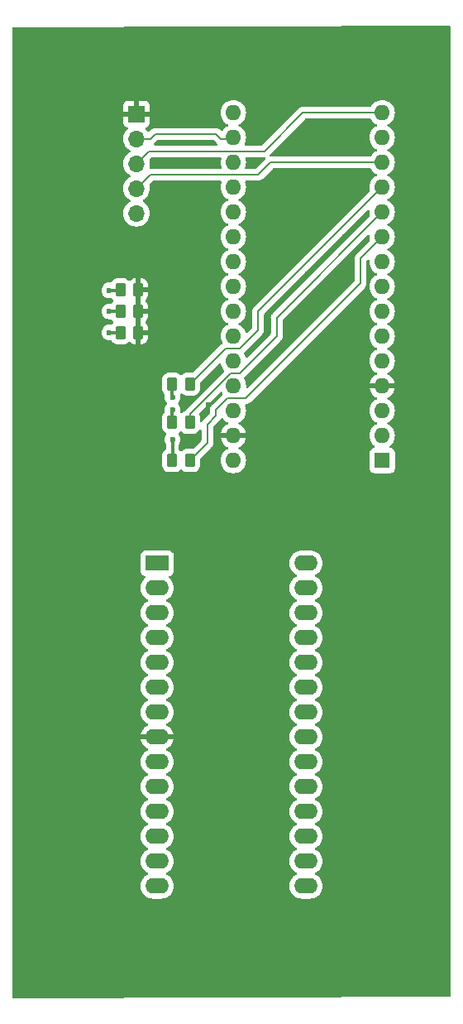
<source format=gbr>
%TF.GenerationSoftware,KiCad,Pcbnew,7.0.11+dfsg-1build4*%
%TF.CreationDate,2024-05-16T01:15:23+10:00*%
%TF.ProjectId,NoBootLoadFlasher,4e6f426f-6f74-44c6-9f61-64466c617368,rev?*%
%TF.SameCoordinates,Original*%
%TF.FileFunction,Copper,L1,Top*%
%TF.FilePolarity,Positive*%
%FSLAX46Y46*%
G04 Gerber Fmt 4.6, Leading zero omitted, Abs format (unit mm)*
G04 Created by KiCad (PCBNEW 7.0.11+dfsg-1build4) date 2024-05-16 01:15:23*
%MOMM*%
%LPD*%
G01*
G04 APERTURE LIST*
G04 Aperture macros list*
%AMRoundRect*
0 Rectangle with rounded corners*
0 $1 Rounding radius*
0 $2 $3 $4 $5 $6 $7 $8 $9 X,Y pos of 4 corners*
0 Add a 4 corners polygon primitive as box body*
4,1,4,$2,$3,$4,$5,$6,$7,$8,$9,$2,$3,0*
0 Add four circle primitives for the rounded corners*
1,1,$1+$1,$2,$3*
1,1,$1+$1,$4,$5*
1,1,$1+$1,$6,$7*
1,1,$1+$1,$8,$9*
0 Add four rect primitives between the rounded corners*
20,1,$1+$1,$2,$3,$4,$5,0*
20,1,$1+$1,$4,$5,$6,$7,0*
20,1,$1+$1,$6,$7,$8,$9,0*
20,1,$1+$1,$8,$9,$2,$3,0*%
G04 Aperture macros list end*
%TA.AperFunction,ComponentPad*%
%ADD10R,1.700000X1.700000*%
%TD*%
%TA.AperFunction,ComponentPad*%
%ADD11O,1.700000X1.700000*%
%TD*%
%TA.AperFunction,SMDPad,CuDef*%
%ADD12RoundRect,0.250000X0.262500X0.450000X-0.262500X0.450000X-0.262500X-0.450000X0.262500X-0.450000X0*%
%TD*%
%TA.AperFunction,ComponentPad*%
%ADD13R,2.400000X1.600000*%
%TD*%
%TA.AperFunction,ComponentPad*%
%ADD14O,2.400000X1.600000*%
%TD*%
%TA.AperFunction,ComponentPad*%
%ADD15O,1.600000X1.600000*%
%TD*%
%TA.AperFunction,ComponentPad*%
%ADD16R,1.600000X1.600000*%
%TD*%
%TA.AperFunction,ViaPad*%
%ADD17C,0.600000*%
%TD*%
%TA.AperFunction,Conductor*%
%ADD18C,0.200000*%
%TD*%
%TA.AperFunction,Conductor*%
%ADD19C,0.300000*%
%TD*%
G04 APERTURE END LIST*
D10*
%TO.P,REF\u002A\u002A,1*%
%TO.N,GND*%
X81534000Y-81407000D03*
D11*
%TO.P,REF\u002A\u002A,2*%
%TO.N,3.3v*%
X81534000Y-83947000D03*
%TO.P,REF\u002A\u002A,3*%
%TO.N,D12*%
X81534000Y-86487000D03*
%TO.P,REF\u002A\u002A,4*%
%TO.N,D10*%
X81534000Y-89027000D03*
%TO.P,REF\u002A\u002A,5*%
%TO.N,D13*%
X81534000Y-91567000D03*
%TD*%
D12*
%TO.P,REF\u002A\u002A,1*%
%TO.N,LED2*%
X86995000Y-112940000D03*
%TO.P,REF\u002A\u002A,2*%
%TO.N,LED2_R*%
X85170000Y-112940000D03*
%TD*%
%TO.P,REF\u002A\u002A,1*%
%TO.N,GND*%
X81712000Y-99390200D03*
%TO.P,REF\u002A\u002A,2*%
%TO.N,LED1_R*%
X79887000Y-99390200D03*
%TD*%
D13*
%TO.P,REF\u002A\u002A,1*%
%TO.N,D10*%
X83639200Y-127341800D03*
D14*
%TO.P,REF\u002A\u002A,2*%
%TO.N,N/C*%
X83639200Y-129881800D03*
%TO.P,REF\u002A\u002A,3*%
X83639200Y-132421800D03*
%TO.P,REF\u002A\u002A,4*%
X83639200Y-134961800D03*
%TO.P,REF\u002A\u002A,5*%
X83639200Y-137501800D03*
%TO.P,REF\u002A\u002A,6*%
X83639200Y-140041800D03*
%TO.P,REF\u002A\u002A,7*%
%TO.N,3.3v*%
X83639200Y-142581800D03*
%TO.P,REF\u002A\u002A,8*%
%TO.N,GND*%
X83639200Y-145121800D03*
%TO.P,REF\u002A\u002A,9*%
%TO.N,N/C*%
X83639200Y-147661800D03*
%TO.P,REF\u002A\u002A,10*%
X83639200Y-150201800D03*
%TO.P,REF\u002A\u002A,11*%
X83639200Y-152741800D03*
%TO.P,REF\u002A\u002A,12*%
X83639200Y-155281800D03*
%TO.P,REF\u002A\u002A,13*%
X83639200Y-157821800D03*
%TO.P,REF\u002A\u002A,14*%
X83639200Y-160361800D03*
%TO.P,REF\u002A\u002A,15*%
X98879200Y-160361800D03*
%TO.P,REF\u002A\u002A,16*%
X98879200Y-157821800D03*
%TO.P,REF\u002A\u002A,17*%
X98879200Y-155281800D03*
%TO.P,REF\u002A\u002A,18*%
X98879200Y-152741800D03*
%TO.P,REF\u002A\u002A,19*%
X98879200Y-150201800D03*
%TO.P,REF\u002A\u002A,20*%
%TO.N,D13*%
X98879200Y-147661800D03*
%TO.P,REF\u002A\u002A,21*%
%TO.N,N/C*%
X98879200Y-145121800D03*
%TO.P,REF\u002A\u002A,22*%
%TO.N,D12*%
X98879200Y-142581800D03*
%TO.P,REF\u002A\u002A,23*%
%TO.N,N/C*%
X98879200Y-140041800D03*
%TO.P,REF\u002A\u002A,24*%
X98879200Y-137501800D03*
%TO.P,REF\u002A\u002A,25*%
X98879200Y-134961800D03*
%TO.P,REF\u002A\u002A,26*%
X98879200Y-132421800D03*
%TO.P,REF\u002A\u002A,27*%
X98879200Y-129881800D03*
%TO.P,REF\u002A\u002A,28*%
X98879200Y-127341800D03*
%TD*%
D12*
%TO.P,REF\u002A\u002A,1*%
%TO.N,GND*%
X81712000Y-103759000D03*
%TO.P,REF\u002A\u002A,2*%
%TO.N,LED3_R*%
X79887000Y-103759000D03*
%TD*%
D15*
%TO.P,LGT8F328P LQFP32 MiniEVB,30*%
%TO.N,N/C*%
X91440000Y-116840000D03*
%TO.P,LGT8F328P LQFP32 MiniEVB,29*%
%TO.N,GND*%
X91440000Y-114300000D03*
%TO.P,LGT8F328P LQFP32 MiniEVB,28*%
%TO.N,N/C*%
X91440000Y-111760000D03*
%TO.P,LGT8F328P LQFP32 MiniEVB,27*%
X91440000Y-109220000D03*
%TO.P,LGT8F328P LQFP32 MiniEVB,26*%
X91440000Y-106680000D03*
%TO.P,LGT8F328P LQFP32 MiniEVB,25*%
X91440000Y-104140000D03*
%TO.P,LGT8F328P LQFP32 MiniEVB,24*%
X91440000Y-101600000D03*
%TO.P,LGT8F328P LQFP32 MiniEVB,23*%
X91440000Y-99060000D03*
%TO.P,LGT8F328P LQFP32 MiniEVB,22*%
X91440000Y-96520000D03*
%TO.P,LGT8F328P LQFP32 MiniEVB,21*%
X91440000Y-93980000D03*
%TO.P,LGT8F328P LQFP32 MiniEVB,20*%
X91440000Y-91440000D03*
%TO.P,LGT8F328P LQFP32 MiniEVB,19*%
X91440000Y-88900000D03*
%TO.P,LGT8F328P LQFP32 MiniEVB,18*%
X91440000Y-86360000D03*
%TO.P,LGT8F328P LQFP32 MiniEVB,17*%
%TO.N,3.3v*%
X91440000Y-83820000D03*
%TO.P,LGT8F328P LQFP32 MiniEVB,16*%
%TO.N,D13*%
X91440000Y-81280000D03*
%TO.P,LGT8F328P LQFP32 MiniEVB,15*%
%TO.N,D12*%
X106680000Y-81280000D03*
%TO.P,LGT8F328P LQFP32 MiniEVB,14*%
%TO.N,N/C*%
X106680000Y-83820000D03*
%TO.P,LGT8F328P LQFP32 MiniEVB,13*%
%TO.N,D10*%
X106680000Y-86360000D03*
%TO.P,LGT8F328P LQFP32 MiniEVB,12*%
%TO.N,LED1*%
X106680000Y-88900000D03*
%TO.P,LGT8F328P LQFP32 MiniEVB,11*%
%TO.N,LED2*%
X106680000Y-91440000D03*
%TO.P,LGT8F328P LQFP32 MiniEVB,10*%
%TO.N,LED3*%
X106680000Y-93980000D03*
%TO.P,LGT8F328P LQFP32 MiniEVB,9*%
%TO.N,N/C*%
X106680000Y-96520000D03*
%TO.P,LGT8F328P LQFP32 MiniEVB,8*%
X106680000Y-99060000D03*
%TO.P,LGT8F328P LQFP32 MiniEVB,7*%
X106680000Y-101600000D03*
%TO.P,LGT8F328P LQFP32 MiniEVB,6*%
X106680000Y-104140000D03*
%TO.P,LGT8F328P LQFP32 MiniEVB,5*%
X106680000Y-106680000D03*
%TO.P,LGT8F328P LQFP32 MiniEVB,4*%
%TO.N,GND*%
X106680000Y-109220000D03*
%TO.P,LGT8F328P LQFP32 MiniEVB,3*%
%TO.N,N/C*%
X106680000Y-111760000D03*
%TO.P,LGT8F328P LQFP32 MiniEVB,2*%
X106680000Y-114300000D03*
D16*
%TO.P,LGT8F328P LQFP32 MiniEVB,1*%
X106680000Y-116840000D03*
%TD*%
D12*
%TO.P,REF\u002A\u002A,1*%
%TO.N,LED3*%
X86995000Y-116840000D03*
%TO.P,REF\u002A\u002A,2*%
%TO.N,LED3_R*%
X85170000Y-116840000D03*
%TD*%
%TO.P,REF\u002A\u002A,1*%
%TO.N,GND*%
X81712000Y-101574600D03*
%TO.P,REF\u002A\u002A,2*%
%TO.N,LED2_R*%
X79887000Y-101574600D03*
%TD*%
%TO.P,REF\u002A\u002A,1*%
%TO.N,LED1*%
X86995000Y-109040000D03*
%TO.P,REF\u002A\u002A,2*%
%TO.N,LED1_R*%
X85170000Y-109040000D03*
%TD*%
D17*
%TO.N,GND*%
X102870000Y-83820000D03*
X99060000Y-83820000D03*
X95250000Y-117221000D03*
X87122000Y-114681000D03*
X108839000Y-136017000D03*
X84709000Y-86487000D03*
X84709000Y-84328000D03*
X99060000Y-88392000D03*
X99060000Y-101854000D03*
X102870000Y-88392000D03*
X108966000Y-85979000D03*
X89027000Y-86487000D03*
X102870000Y-97790000D03*
X102870000Y-93980000D03*
X100838000Y-143891000D03*
X99060000Y-111633000D03*
X108839000Y-117094000D03*
X99060000Y-93980000D03*
X95250000Y-111633000D03*
X95250000Y-93980000D03*
X99070000Y-97790000D03*
X95250000Y-106426000D03*
X88900000Y-108712000D03*
X99060000Y-117221000D03*
X89027000Y-84328000D03*
X88900000Y-111125000D03*
X93345000Y-86360000D03*
X108966000Y-100457000D03*
X95250000Y-88392000D03*
%TO.N,LED1_R*%
X85217000Y-110363000D03*
X78740000Y-99441000D03*
%TO.N,LED2_R*%
X78740000Y-101600000D03*
X85217000Y-111633000D03*
%TO.N,LED3_R*%
X85217000Y-114681000D03*
X78740000Y-103759000D03*
%TD*%
D18*
%TO.N,3.3v*%
X83439000Y-83439000D02*
X89662000Y-83439000D01*
X82931000Y-83947000D02*
X83439000Y-83439000D01*
X81534000Y-83947000D02*
X82931000Y-83947000D01*
X91313000Y-83947000D02*
X91440000Y-83820000D01*
X89662000Y-83439000D02*
X90170000Y-83947000D01*
X90170000Y-83947000D02*
X91313000Y-83947000D01*
%TO.N,D12*%
X94615000Y-85217000D02*
X98552000Y-81280000D01*
X81534000Y-86487000D02*
X82804000Y-85217000D01*
X82804000Y-85217000D02*
X94615000Y-85217000D01*
X98552000Y-81280000D02*
X106680000Y-81280000D01*
%TO.N,D10*%
X95250000Y-86360000D02*
X106680000Y-86360000D01*
X81534000Y-89027000D02*
X82931000Y-87630000D01*
X82931000Y-87630000D02*
X93980000Y-87630000D01*
X93980000Y-87630000D02*
X95250000Y-86360000D01*
%TO.N,LED1*%
X92075000Y-105410000D02*
X93980000Y-103505000D01*
X86995000Y-109040000D02*
X90625000Y-105410000D01*
X90625000Y-105410000D02*
X92075000Y-105410000D01*
X93980000Y-103505000D02*
X93980000Y-101600000D01*
X93980000Y-101600000D02*
X106680000Y-88900000D01*
%TO.N,LED2*%
X91154365Y-107950000D02*
X92065635Y-107950000D01*
X92065635Y-107950000D02*
X95880317Y-104135317D01*
X86995000Y-112109365D02*
X91154365Y-107950000D01*
X106680000Y-91440000D02*
X95880317Y-102239683D01*
X86995000Y-112940000D02*
X86995000Y-112109365D01*
X95880317Y-102239683D02*
X95880317Y-104135317D01*
%TO.N,LED3*%
X88773000Y-115062000D02*
X86995000Y-116840000D01*
X104457500Y-97282000D02*
X104457500Y-98742500D01*
X104457500Y-96202500D02*
X104457500Y-97282000D01*
X89662000Y-111633000D02*
X89662000Y-112268000D01*
X104457500Y-97282000D02*
X104457500Y-98107500D01*
X106680000Y-93980000D02*
X104457500Y-96202500D01*
X92710000Y-110490000D02*
X90805000Y-110490000D01*
X88773000Y-113157000D02*
X88773000Y-115062000D01*
X104457500Y-98742500D02*
X92710000Y-110490000D01*
X89662000Y-112268000D02*
X88773000Y-113157000D01*
X90805000Y-110490000D02*
X89662000Y-111633000D01*
%TO.N,LED1_R*%
X79836200Y-99441000D02*
X79887000Y-99390200D01*
X85170000Y-110316000D02*
X85217000Y-110363000D01*
D19*
X78740000Y-99441000D02*
X79836200Y-99441000D01*
X85170000Y-109040000D02*
X85170000Y-110316000D01*
%TO.N,LED2_R*%
X78740000Y-101600000D02*
X79861600Y-101600000D01*
X85170000Y-112940000D02*
X85170000Y-111680000D01*
D18*
X79861600Y-101600000D02*
X79887000Y-101574600D01*
D19*
X85170000Y-111680000D02*
X85217000Y-111633000D01*
%TO.N,LED3_R*%
X85217000Y-116793000D02*
X85170000Y-116840000D01*
X78740000Y-103759000D02*
X79887000Y-103759000D01*
X85217000Y-114681000D02*
X85217000Y-116793000D01*
%TD*%
%TA.AperFunction,Conductor*%
%TO.N,GND*%
G36*
X88127954Y-113678181D02*
G01*
X88166810Y-113736249D01*
X88172500Y-113773381D01*
X88172500Y-114761902D01*
X88152815Y-114828941D01*
X88136181Y-114849583D01*
X87382583Y-115603181D01*
X87321260Y-115636666D01*
X87294902Y-115639500D01*
X86682498Y-115639500D01*
X86682480Y-115639501D01*
X86579703Y-115650000D01*
X86579700Y-115650001D01*
X86413168Y-115705185D01*
X86413163Y-115705187D01*
X86263845Y-115797287D01*
X86170181Y-115890951D01*
X86108857Y-115924435D01*
X86039166Y-115919451D01*
X85994819Y-115890950D01*
X85903819Y-115799950D01*
X85870334Y-115738627D01*
X85867500Y-115712269D01*
X85867500Y-115186067D01*
X85886507Y-115120094D01*
X85942788Y-115030524D01*
X85942789Y-115030522D01*
X86002368Y-114860255D01*
X86002369Y-114860249D01*
X86022565Y-114681003D01*
X86022565Y-114680996D01*
X86002369Y-114501750D01*
X86002368Y-114501745D01*
X85942788Y-114331476D01*
X85843111Y-114172842D01*
X85844289Y-114172101D01*
X85820780Y-114114521D01*
X85833534Y-114045825D01*
X85879039Y-113996353D01*
X85901156Y-113982712D01*
X85994819Y-113889049D01*
X86056142Y-113855564D01*
X86125834Y-113860548D01*
X86170181Y-113889049D01*
X86263844Y-113982712D01*
X86413166Y-114074814D01*
X86579703Y-114129999D01*
X86682491Y-114140500D01*
X87307508Y-114140499D01*
X87307516Y-114140498D01*
X87307519Y-114140498D01*
X87363802Y-114134748D01*
X87410297Y-114129999D01*
X87576834Y-114074814D01*
X87726156Y-113982712D01*
X87850212Y-113858656D01*
X87942314Y-113709334D01*
X87942314Y-113709333D01*
X87942961Y-113708285D01*
X87994909Y-113661560D01*
X88063871Y-113650337D01*
X88127954Y-113678181D01*
G37*
%TD.AperFunction*%
%TA.AperFunction,Conductor*%
G36*
X90242537Y-109813575D02*
G01*
X90298470Y-109855447D01*
X90306212Y-109868349D01*
X90306729Y-109868052D01*
X90309432Y-109872734D01*
X90358312Y-109942544D01*
X90380639Y-110008750D01*
X90363627Y-110076517D01*
X90344417Y-110101347D01*
X89270965Y-111174798D01*
X89258775Y-111185489D01*
X89233716Y-111204718D01*
X89164744Y-111294607D01*
X89137464Y-111330158D01*
X89137461Y-111330163D01*
X89076957Y-111476234D01*
X89076955Y-111476239D01*
X89056318Y-111632998D01*
X89056318Y-111633000D01*
X89058709Y-111651163D01*
X89060439Y-111664301D01*
X89061500Y-111680487D01*
X89061500Y-111967902D01*
X89041815Y-112034941D01*
X89025181Y-112055583D01*
X88381965Y-112698798D01*
X88369774Y-112709490D01*
X88344718Y-112728717D01*
X88320549Y-112760213D01*
X88320550Y-112760214D01*
X88248464Y-112854158D01*
X88248462Y-112854161D01*
X88246559Y-112858757D01*
X88202716Y-112913159D01*
X88136422Y-112935222D01*
X88068723Y-112917941D01*
X88021114Y-112866803D01*
X88007999Y-112811301D01*
X88007999Y-112439998D01*
X88007998Y-112439980D01*
X87997499Y-112337203D01*
X87997498Y-112337200D01*
X87954187Y-112206497D01*
X87942314Y-112170666D01*
X87932981Y-112155536D01*
X87914541Y-112088148D01*
X87935462Y-112021484D01*
X87950834Y-112002764D01*
X90111524Y-109842074D01*
X90172845Y-109808591D01*
X90242537Y-109813575D01*
G37*
%TD.AperFunction*%
%TA.AperFunction,Conductor*%
G36*
X90096144Y-106890603D02*
G01*
X90152077Y-106932475D01*
X90172585Y-106974692D01*
X90213258Y-107126488D01*
X90213261Y-107126497D01*
X90309431Y-107332732D01*
X90309432Y-107332734D01*
X90439954Y-107519141D01*
X90500290Y-107579477D01*
X90533775Y-107640800D01*
X90528791Y-107710492D01*
X90500290Y-107754839D01*
X86603965Y-111651163D01*
X86591775Y-111661854D01*
X86566716Y-111681083D01*
X86518853Y-111743462D01*
X86518838Y-111743481D01*
X86514560Y-111749054D01*
X86458125Y-111790246D01*
X86455206Y-111791254D01*
X86413167Y-111805185D01*
X86263845Y-111897287D01*
X86200011Y-111961121D01*
X86138687Y-111994605D01*
X86068996Y-111989620D01*
X86013062Y-111947749D01*
X85988646Y-111882284D01*
X85995288Y-111832486D01*
X86002368Y-111812255D01*
X86002369Y-111812248D01*
X86022565Y-111633003D01*
X86022565Y-111632996D01*
X86002369Y-111453750D01*
X86002368Y-111453745D01*
X85953298Y-111313511D01*
X85942789Y-111283478D01*
X85846816Y-111130738D01*
X85801758Y-111085680D01*
X85768274Y-111024358D01*
X85773258Y-110954666D01*
X85801759Y-110910319D01*
X85818844Y-110893234D01*
X85846816Y-110865262D01*
X85942789Y-110712522D01*
X86002368Y-110542255D01*
X86002369Y-110542249D01*
X86022565Y-110363003D01*
X86022565Y-110362996D01*
X86002369Y-110183753D01*
X86002368Y-110183746D01*
X86000041Y-110177095D01*
X85986675Y-110138899D01*
X85983113Y-110069124D01*
X86017841Y-110008497D01*
X86079834Y-109976269D01*
X86149410Y-109982673D01*
X86191398Y-110010266D01*
X86263844Y-110082712D01*
X86413166Y-110174814D01*
X86579703Y-110229999D01*
X86682491Y-110240500D01*
X87307508Y-110240499D01*
X87307516Y-110240498D01*
X87307519Y-110240498D01*
X87363802Y-110234748D01*
X87410297Y-110229999D01*
X87576834Y-110174814D01*
X87726156Y-110082712D01*
X87850212Y-109958656D01*
X87942314Y-109809334D01*
X87997499Y-109642797D01*
X88008000Y-109540009D01*
X88007999Y-108927595D01*
X88027683Y-108860557D01*
X88044313Y-108839920D01*
X89965131Y-106919102D01*
X90026452Y-106885619D01*
X90096144Y-106890603D01*
G37*
%TD.AperFunction*%
%TA.AperFunction,Conductor*%
G36*
X105301586Y-93770161D02*
G01*
X105357519Y-93812033D01*
X105381936Y-93877497D01*
X105381780Y-93897150D01*
X105374532Y-93979997D01*
X105374532Y-93980001D01*
X105394364Y-94206686D01*
X105394366Y-94206697D01*
X105420152Y-94302931D01*
X105418489Y-94372781D01*
X105388058Y-94422705D01*
X104066465Y-95744298D01*
X104054275Y-95754989D01*
X104029216Y-95774218D01*
X103957820Y-95867266D01*
X103932964Y-95899658D01*
X103932961Y-95899663D01*
X103872457Y-96045734D01*
X103872455Y-96045739D01*
X103851818Y-96202498D01*
X103851818Y-96202500D01*
X103855939Y-96233801D01*
X103857000Y-96249987D01*
X103857000Y-98442402D01*
X103837315Y-98509441D01*
X103820681Y-98530083D01*
X92949428Y-109401335D01*
X92888105Y-109434820D01*
X92818413Y-109429836D01*
X92762480Y-109387964D01*
X92738063Y-109322500D01*
X92738218Y-109302857D01*
X92745468Y-109220000D01*
X92725635Y-108993308D01*
X92666739Y-108773504D01*
X92570568Y-108567266D01*
X92517829Y-108491947D01*
X92495503Y-108425742D01*
X92512513Y-108357975D01*
X92531720Y-108333148D01*
X96271361Y-104593506D01*
X96283539Y-104582827D01*
X96308599Y-104563599D01*
X96404853Y-104438158D01*
X96465361Y-104292079D01*
X96480817Y-104174678D01*
X96485999Y-104135317D01*
X96482471Y-104108522D01*
X96481878Y-104104014D01*
X96480817Y-104087829D01*
X96480817Y-102539779D01*
X96500502Y-102472740D01*
X96517131Y-102452103D01*
X105170573Y-93798660D01*
X105231894Y-93765177D01*
X105301586Y-93770161D01*
G37*
%TD.AperFunction*%
%TA.AperFunction,Conductor*%
G36*
X105301586Y-91230161D02*
G01*
X105357519Y-91272033D01*
X105381936Y-91337497D01*
X105381780Y-91357150D01*
X105374532Y-91439997D01*
X105374532Y-91440001D01*
X105394364Y-91666686D01*
X105394366Y-91666697D01*
X105420152Y-91762931D01*
X105418489Y-91832781D01*
X105388058Y-91882705D01*
X95489282Y-101781481D01*
X95477092Y-101792172D01*
X95452033Y-101811401D01*
X95381871Y-101902838D01*
X95381872Y-101902839D01*
X95355780Y-101936842D01*
X95355778Y-101936846D01*
X95295274Y-102082917D01*
X95295272Y-102082922D01*
X95274635Y-102239681D01*
X95274635Y-102239683D01*
X95278756Y-102270984D01*
X95279817Y-102287170D01*
X95279817Y-103835220D01*
X95260132Y-103902259D01*
X95243498Y-103922901D01*
X92874852Y-106291546D01*
X92813529Y-106325031D01*
X92743837Y-106320047D01*
X92687904Y-106278175D01*
X92668668Y-106238570D01*
X92668593Y-106238598D01*
X92668328Y-106237870D01*
X92667393Y-106235945D01*
X92666739Y-106233504D01*
X92570568Y-106027266D01*
X92521686Y-105957455D01*
X92499359Y-105891249D01*
X92516371Y-105823482D01*
X92535577Y-105798656D01*
X94371043Y-103963190D01*
X94383223Y-103952509D01*
X94408282Y-103933282D01*
X94504536Y-103807841D01*
X94565044Y-103661762D01*
X94580500Y-103544361D01*
X94585682Y-103505000D01*
X94583347Y-103487267D01*
X94581561Y-103473697D01*
X94580500Y-103457512D01*
X94580500Y-101900096D01*
X94600185Y-101833057D01*
X94616814Y-101812420D01*
X105170573Y-91258660D01*
X105231894Y-91225177D01*
X105301586Y-91230161D01*
G37*
%TD.AperFunction*%
%TA.AperFunction,Conductor*%
G36*
X105515347Y-86980185D02*
G01*
X105549880Y-87013374D01*
X105560429Y-87028439D01*
X105679954Y-87199141D01*
X105840858Y-87360045D01*
X105840861Y-87360047D01*
X106027266Y-87490568D01*
X106085275Y-87517618D01*
X106137714Y-87563791D01*
X106156866Y-87630984D01*
X106136650Y-87697865D01*
X106085275Y-87742382D01*
X106027267Y-87769431D01*
X106027265Y-87769432D01*
X105840858Y-87899954D01*
X105679954Y-88060858D01*
X105549432Y-88247265D01*
X105549431Y-88247267D01*
X105453261Y-88453502D01*
X105453258Y-88453511D01*
X105394366Y-88673302D01*
X105394364Y-88673313D01*
X105374532Y-88899998D01*
X105374532Y-88900001D01*
X105394364Y-89126686D01*
X105394366Y-89126697D01*
X105420152Y-89222931D01*
X105418489Y-89292781D01*
X105388058Y-89342705D01*
X93588965Y-101141798D01*
X93576775Y-101152489D01*
X93551716Y-101171718D01*
X93491091Y-101250729D01*
X93455464Y-101297158D01*
X93455461Y-101297163D01*
X93394957Y-101443234D01*
X93394955Y-101443239D01*
X93374318Y-101599998D01*
X93374318Y-101600000D01*
X93378439Y-101631301D01*
X93379500Y-101647487D01*
X93379500Y-103204902D01*
X93359815Y-103271941D01*
X93343181Y-103292583D01*
X92876831Y-103758932D01*
X92815508Y-103792417D01*
X92745816Y-103787433D01*
X92689883Y-103745561D01*
X92669374Y-103703340D01*
X92666739Y-103693504D01*
X92570568Y-103487266D01*
X92440047Y-103300861D01*
X92440045Y-103300858D01*
X92279141Y-103139954D01*
X92092734Y-103009432D01*
X92092728Y-103009429D01*
X92034725Y-102982382D01*
X91982285Y-102936210D01*
X91963133Y-102869017D01*
X91983348Y-102802135D01*
X92034725Y-102757618D01*
X92092734Y-102730568D01*
X92279139Y-102600047D01*
X92440047Y-102439139D01*
X92570568Y-102252734D01*
X92666739Y-102046496D01*
X92725635Y-101826692D01*
X92745468Y-101600000D01*
X92725635Y-101373308D01*
X92666739Y-101153504D01*
X92570568Y-100947266D01*
X92440047Y-100760861D01*
X92440045Y-100760858D01*
X92279141Y-100599954D01*
X92092734Y-100469432D01*
X92092728Y-100469429D01*
X92034725Y-100442382D01*
X91982285Y-100396210D01*
X91963133Y-100329017D01*
X91983348Y-100262135D01*
X92034725Y-100217618D01*
X92092734Y-100190568D01*
X92279139Y-100060047D01*
X92440047Y-99899139D01*
X92570568Y-99712734D01*
X92666739Y-99506496D01*
X92725635Y-99286692D01*
X92745468Y-99060000D01*
X92725635Y-98833308D01*
X92666739Y-98613504D01*
X92570568Y-98407266D01*
X92440047Y-98220861D01*
X92440045Y-98220858D01*
X92279141Y-98059954D01*
X92092734Y-97929432D01*
X92092728Y-97929429D01*
X92034725Y-97902382D01*
X91982285Y-97856210D01*
X91963133Y-97789017D01*
X91983348Y-97722135D01*
X92034725Y-97677618D01*
X92092734Y-97650568D01*
X92279139Y-97520047D01*
X92440047Y-97359139D01*
X92570568Y-97172734D01*
X92666739Y-96966496D01*
X92725635Y-96746692D01*
X92745468Y-96520000D01*
X92725635Y-96293308D01*
X92666739Y-96073504D01*
X92570568Y-95867266D01*
X92440047Y-95680861D01*
X92440045Y-95680858D01*
X92279141Y-95519954D01*
X92092734Y-95389432D01*
X92092728Y-95389429D01*
X92034725Y-95362382D01*
X91982285Y-95316210D01*
X91963133Y-95249017D01*
X91983348Y-95182135D01*
X92034725Y-95137618D01*
X92092734Y-95110568D01*
X92279139Y-94980047D01*
X92440047Y-94819139D01*
X92570568Y-94632734D01*
X92666739Y-94426496D01*
X92725635Y-94206692D01*
X92745468Y-93980000D01*
X92725635Y-93753308D01*
X92666739Y-93533504D01*
X92570568Y-93327266D01*
X92440047Y-93140861D01*
X92440045Y-93140858D01*
X92279141Y-92979954D01*
X92092734Y-92849432D01*
X92092728Y-92849429D01*
X92034725Y-92822382D01*
X91982285Y-92776210D01*
X91963133Y-92709017D01*
X91983348Y-92642135D01*
X92034725Y-92597618D01*
X92092734Y-92570568D01*
X92279139Y-92440047D01*
X92440047Y-92279139D01*
X92570568Y-92092734D01*
X92666739Y-91886496D01*
X92725635Y-91666692D01*
X92745468Y-91440000D01*
X92725635Y-91213308D01*
X92666739Y-90993504D01*
X92570568Y-90787266D01*
X92440047Y-90600861D01*
X92440045Y-90600858D01*
X92279141Y-90439954D01*
X92092734Y-90309432D01*
X92092728Y-90309429D01*
X92034725Y-90282382D01*
X91982285Y-90236210D01*
X91963133Y-90169017D01*
X91983348Y-90102135D01*
X92034725Y-90057618D01*
X92092734Y-90030568D01*
X92279139Y-89900047D01*
X92440047Y-89739139D01*
X92570568Y-89552734D01*
X92666739Y-89346496D01*
X92725635Y-89126692D01*
X92745468Y-88900000D01*
X92725635Y-88673308D01*
X92666739Y-88453504D01*
X92645008Y-88406903D01*
X92634517Y-88337828D01*
X92663036Y-88274044D01*
X92721513Y-88235804D01*
X92757391Y-88230500D01*
X93932513Y-88230500D01*
X93948697Y-88231560D01*
X93980000Y-88235682D01*
X93980001Y-88235682D01*
X94032254Y-88228802D01*
X94136762Y-88215044D01*
X94282841Y-88154536D01*
X94350211Y-88102841D01*
X94408282Y-88058282D01*
X94427510Y-88033222D01*
X94438189Y-88021044D01*
X95462416Y-86996819D01*
X95523739Y-86963334D01*
X95550097Y-86960500D01*
X105448308Y-86960500D01*
X105515347Y-86980185D01*
G37*
%TD.AperFunction*%
%TA.AperFunction,Conductor*%
G36*
X90144424Y-85837185D02*
G01*
X90190179Y-85889989D01*
X90200123Y-85959147D01*
X90197160Y-85973593D01*
X90154366Y-86133302D01*
X90154364Y-86133313D01*
X90134532Y-86359998D01*
X90134532Y-86360001D01*
X90154364Y-86586686D01*
X90154366Y-86586697D01*
X90213258Y-86806488D01*
X90213261Y-86806497D01*
X90234991Y-86853095D01*
X90245483Y-86922172D01*
X90216964Y-86985956D01*
X90158487Y-87024196D01*
X90122609Y-87029500D01*
X82978487Y-87029500D01*
X82962302Y-87028439D01*
X82933218Y-87024610D01*
X82869322Y-86996343D01*
X82830851Y-86938019D01*
X82829629Y-86869578D01*
X82834046Y-86853095D01*
X82869063Y-86722408D01*
X82889659Y-86487000D01*
X82869063Y-86251592D01*
X82834671Y-86123239D01*
X82836334Y-86053393D01*
X82866761Y-86003472D01*
X83016417Y-85853816D01*
X83077740Y-85820334D01*
X83104097Y-85817500D01*
X90077385Y-85817500D01*
X90144424Y-85837185D01*
G37*
%TD.AperFunction*%
%TA.AperFunction,Conductor*%
G36*
X94583697Y-85818560D02*
G01*
X94615000Y-85822682D01*
X94624894Y-85821379D01*
X94693928Y-85832141D01*
X94746187Y-85878518D01*
X94765075Y-85945786D01*
X94744598Y-86012588D01*
X94728765Y-86031998D01*
X93767584Y-86993181D01*
X93706261Y-87026666D01*
X93679903Y-87029500D01*
X92757391Y-87029500D01*
X92690352Y-87009815D01*
X92644597Y-86957011D01*
X92634653Y-86887853D01*
X92645009Y-86853095D01*
X92666739Y-86806496D01*
X92725635Y-86586692D01*
X92745468Y-86360000D01*
X92725635Y-86133308D01*
X92693288Y-86012588D01*
X92682840Y-85973593D01*
X92684503Y-85903743D01*
X92723666Y-85845881D01*
X92787894Y-85818377D01*
X92802615Y-85817500D01*
X94567513Y-85817500D01*
X94583697Y-85818560D01*
G37*
%TD.AperFunction*%
%TA.AperFunction,Conductor*%
G36*
X105515347Y-81900185D02*
G01*
X105549880Y-81933374D01*
X105635480Y-82055624D01*
X105679954Y-82119141D01*
X105840858Y-82280045D01*
X105840861Y-82280047D01*
X106027266Y-82410568D01*
X106085275Y-82437618D01*
X106137714Y-82483791D01*
X106156866Y-82550984D01*
X106136650Y-82617865D01*
X106085275Y-82662382D01*
X106027267Y-82689431D01*
X106027265Y-82689432D01*
X105840858Y-82819954D01*
X105679954Y-82980858D01*
X105549432Y-83167265D01*
X105549431Y-83167267D01*
X105453261Y-83373502D01*
X105453258Y-83373511D01*
X105394366Y-83593302D01*
X105394364Y-83593313D01*
X105374532Y-83819998D01*
X105374532Y-83820001D01*
X105394364Y-84046686D01*
X105394366Y-84046697D01*
X105453258Y-84266488D01*
X105453261Y-84266497D01*
X105549431Y-84472732D01*
X105549432Y-84472734D01*
X105679954Y-84659141D01*
X105840858Y-84820045D01*
X105840861Y-84820047D01*
X106027266Y-84950568D01*
X106085275Y-84977618D01*
X106137714Y-85023791D01*
X106156866Y-85090984D01*
X106136650Y-85157865D01*
X106085275Y-85202382D01*
X106027267Y-85229431D01*
X106027265Y-85229432D01*
X105840858Y-85359954D01*
X105679954Y-85520858D01*
X105614889Y-85613783D01*
X105549881Y-85706624D01*
X105495307Y-85750248D01*
X105448308Y-85759500D01*
X95297487Y-85759500D01*
X95281302Y-85758439D01*
X95250000Y-85754318D01*
X95240095Y-85755622D01*
X95171060Y-85744854D01*
X95118805Y-85698473D01*
X95099922Y-85631203D01*
X95120404Y-85564403D01*
X95136227Y-85545006D01*
X98764416Y-81916819D01*
X98825739Y-81883334D01*
X98852097Y-81880500D01*
X105448308Y-81880500D01*
X105515347Y-81900185D01*
G37*
%TD.AperFunction*%
%TA.AperFunction,Conductor*%
G36*
X89428942Y-84059185D02*
G01*
X89449584Y-84075819D01*
X89711802Y-84338038D01*
X89722496Y-84350232D01*
X89741717Y-84375281D01*
X89741718Y-84375282D01*
X89741719Y-84375283D01*
X89766274Y-84394124D01*
X89807477Y-84450552D01*
X89811632Y-84520298D01*
X89777420Y-84581218D01*
X89715703Y-84613971D01*
X89690788Y-84616500D01*
X83410213Y-84616500D01*
X83343174Y-84596815D01*
X83297419Y-84544011D01*
X83287475Y-84474853D01*
X83316500Y-84411297D01*
X83334727Y-84394124D01*
X83344230Y-84386831D01*
X83359282Y-84375282D01*
X83378506Y-84350226D01*
X83389186Y-84338047D01*
X83651418Y-84075818D01*
X83712742Y-84042334D01*
X83739099Y-84039500D01*
X89361903Y-84039500D01*
X89428942Y-84059185D01*
G37*
%TD.AperFunction*%
%TA.AperFunction,Conductor*%
G36*
X113615250Y-72403731D02*
G01*
X113661151Y-72456408D01*
X113672500Y-72508232D01*
X113672500Y-171589226D01*
X113652815Y-171656265D01*
X113600011Y-171702020D01*
X113548843Y-171713226D01*
X68950843Y-171836766D01*
X68883750Y-171817267D01*
X68837849Y-171764590D01*
X68826500Y-171712766D01*
X68826500Y-160361801D01*
X81933732Y-160361801D01*
X81953564Y-160588486D01*
X81953566Y-160588497D01*
X82012458Y-160808288D01*
X82012461Y-160808297D01*
X82108631Y-161014532D01*
X82108632Y-161014534D01*
X82239154Y-161200941D01*
X82400058Y-161361845D01*
X82400061Y-161361847D01*
X82586466Y-161492368D01*
X82792704Y-161588539D01*
X83012508Y-161647435D01*
X83182414Y-161662299D01*
X83182415Y-161662300D01*
X83182416Y-161662300D01*
X84095985Y-161662300D01*
X84095985Y-161662299D01*
X84265892Y-161647435D01*
X84485696Y-161588539D01*
X84691934Y-161492368D01*
X84878339Y-161361847D01*
X85039247Y-161200939D01*
X85169768Y-161014534D01*
X85265939Y-160808296D01*
X85324835Y-160588492D01*
X85344668Y-160361801D01*
X97173732Y-160361801D01*
X97193564Y-160588486D01*
X97193566Y-160588497D01*
X97252458Y-160808288D01*
X97252461Y-160808297D01*
X97348631Y-161014532D01*
X97348632Y-161014534D01*
X97479154Y-161200941D01*
X97640058Y-161361845D01*
X97640061Y-161361847D01*
X97826466Y-161492368D01*
X98032704Y-161588539D01*
X98252508Y-161647435D01*
X98422414Y-161662299D01*
X98422415Y-161662300D01*
X98422416Y-161662300D01*
X99335985Y-161662300D01*
X99335985Y-161662299D01*
X99505892Y-161647435D01*
X99725696Y-161588539D01*
X99931934Y-161492368D01*
X100118339Y-161361847D01*
X100279247Y-161200939D01*
X100409768Y-161014534D01*
X100505939Y-160808296D01*
X100564835Y-160588492D01*
X100584668Y-160361800D01*
X100564835Y-160135108D01*
X100505939Y-159915304D01*
X100409768Y-159709066D01*
X100279247Y-159522661D01*
X100279245Y-159522658D01*
X100118341Y-159361754D01*
X99931934Y-159231232D01*
X99931928Y-159231229D01*
X99873925Y-159204182D01*
X99821485Y-159158010D01*
X99802333Y-159090817D01*
X99822548Y-159023935D01*
X99873925Y-158979418D01*
X99931934Y-158952368D01*
X100118339Y-158821847D01*
X100279247Y-158660939D01*
X100409768Y-158474534D01*
X100505939Y-158268296D01*
X100564835Y-158048492D01*
X100584668Y-157821800D01*
X100564835Y-157595108D01*
X100505939Y-157375304D01*
X100409768Y-157169066D01*
X100279247Y-156982661D01*
X100279245Y-156982658D01*
X100118341Y-156821754D01*
X99931934Y-156691232D01*
X99931928Y-156691229D01*
X99873925Y-156664182D01*
X99821485Y-156618010D01*
X99802333Y-156550817D01*
X99822548Y-156483935D01*
X99873925Y-156439418D01*
X99931934Y-156412368D01*
X100118339Y-156281847D01*
X100279247Y-156120939D01*
X100409768Y-155934534D01*
X100505939Y-155728296D01*
X100564835Y-155508492D01*
X100584668Y-155281800D01*
X100564835Y-155055108D01*
X100505939Y-154835304D01*
X100409768Y-154629066D01*
X100279247Y-154442661D01*
X100279245Y-154442658D01*
X100118341Y-154281754D01*
X99931934Y-154151232D01*
X99931928Y-154151229D01*
X99873925Y-154124182D01*
X99821485Y-154078010D01*
X99802333Y-154010817D01*
X99822548Y-153943935D01*
X99873925Y-153899418D01*
X99931934Y-153872368D01*
X100118339Y-153741847D01*
X100279247Y-153580939D01*
X100409768Y-153394534D01*
X100505939Y-153188296D01*
X100564835Y-152968492D01*
X100584668Y-152741800D01*
X100564835Y-152515108D01*
X100505939Y-152295304D01*
X100409768Y-152089066D01*
X100279247Y-151902661D01*
X100279245Y-151902658D01*
X100118341Y-151741754D01*
X99931934Y-151611232D01*
X99931928Y-151611229D01*
X99873925Y-151584182D01*
X99821485Y-151538010D01*
X99802333Y-151470817D01*
X99822548Y-151403935D01*
X99873925Y-151359418D01*
X99931934Y-151332368D01*
X100118339Y-151201847D01*
X100279247Y-151040939D01*
X100409768Y-150854534D01*
X100505939Y-150648296D01*
X100564835Y-150428492D01*
X100584668Y-150201800D01*
X100564835Y-149975108D01*
X100505939Y-149755304D01*
X100409768Y-149549066D01*
X100279247Y-149362661D01*
X100279245Y-149362658D01*
X100118341Y-149201754D01*
X99931934Y-149071232D01*
X99931928Y-149071229D01*
X99873925Y-149044182D01*
X99821485Y-148998010D01*
X99802333Y-148930817D01*
X99822548Y-148863935D01*
X99873925Y-148819418D01*
X99931934Y-148792368D01*
X100118339Y-148661847D01*
X100279247Y-148500939D01*
X100409768Y-148314534D01*
X100505939Y-148108296D01*
X100564835Y-147888492D01*
X100584668Y-147661800D01*
X100564835Y-147435108D01*
X100505939Y-147215304D01*
X100409768Y-147009066D01*
X100279247Y-146822661D01*
X100279245Y-146822658D01*
X100118341Y-146661754D01*
X99931934Y-146531232D01*
X99931928Y-146531229D01*
X99873925Y-146504182D01*
X99821485Y-146458010D01*
X99802333Y-146390817D01*
X99822548Y-146323935D01*
X99873925Y-146279418D01*
X99874519Y-146279141D01*
X99931934Y-146252368D01*
X100118339Y-146121847D01*
X100279247Y-145960939D01*
X100409768Y-145774534D01*
X100505939Y-145568296D01*
X100564835Y-145348492D01*
X100584668Y-145121800D01*
X100564835Y-144895108D01*
X100505939Y-144675304D01*
X100409768Y-144469066D01*
X100279247Y-144282661D01*
X100279245Y-144282658D01*
X100118341Y-144121754D01*
X99931934Y-143991232D01*
X99931928Y-143991229D01*
X99873925Y-143964182D01*
X99821485Y-143918010D01*
X99802333Y-143850817D01*
X99822548Y-143783935D01*
X99873925Y-143739418D01*
X99931934Y-143712368D01*
X100118339Y-143581847D01*
X100279247Y-143420939D01*
X100409768Y-143234534D01*
X100505939Y-143028296D01*
X100564835Y-142808492D01*
X100584668Y-142581800D01*
X100564835Y-142355108D01*
X100505939Y-142135304D01*
X100409768Y-141929066D01*
X100279247Y-141742661D01*
X100279245Y-141742658D01*
X100118341Y-141581754D01*
X99931934Y-141451232D01*
X99931928Y-141451229D01*
X99873925Y-141424182D01*
X99821485Y-141378010D01*
X99802333Y-141310817D01*
X99822548Y-141243935D01*
X99873925Y-141199418D01*
X99931934Y-141172368D01*
X100118339Y-141041847D01*
X100279247Y-140880939D01*
X100409768Y-140694534D01*
X100505939Y-140488296D01*
X100564835Y-140268492D01*
X100584668Y-140041800D01*
X100564835Y-139815108D01*
X100505939Y-139595304D01*
X100409768Y-139389066D01*
X100279247Y-139202661D01*
X100279245Y-139202658D01*
X100118341Y-139041754D01*
X99931934Y-138911232D01*
X99931928Y-138911229D01*
X99873925Y-138884182D01*
X99821485Y-138838010D01*
X99802333Y-138770817D01*
X99822548Y-138703935D01*
X99873925Y-138659418D01*
X99931934Y-138632368D01*
X100118339Y-138501847D01*
X100279247Y-138340939D01*
X100409768Y-138154534D01*
X100505939Y-137948296D01*
X100564835Y-137728492D01*
X100584668Y-137501800D01*
X100564835Y-137275108D01*
X100505939Y-137055304D01*
X100409768Y-136849066D01*
X100279247Y-136662661D01*
X100279245Y-136662658D01*
X100118341Y-136501754D01*
X99931934Y-136371232D01*
X99931928Y-136371229D01*
X99873925Y-136344182D01*
X99821485Y-136298010D01*
X99802333Y-136230817D01*
X99822548Y-136163935D01*
X99873925Y-136119418D01*
X99931934Y-136092368D01*
X100118339Y-135961847D01*
X100279247Y-135800939D01*
X100409768Y-135614534D01*
X100505939Y-135408296D01*
X100564835Y-135188492D01*
X100584668Y-134961800D01*
X100564835Y-134735108D01*
X100505939Y-134515304D01*
X100409768Y-134309066D01*
X100279247Y-134122661D01*
X100279245Y-134122658D01*
X100118341Y-133961754D01*
X99931934Y-133831232D01*
X99931928Y-133831229D01*
X99873925Y-133804182D01*
X99821485Y-133758010D01*
X99802333Y-133690817D01*
X99822548Y-133623935D01*
X99873925Y-133579418D01*
X99931934Y-133552368D01*
X100118339Y-133421847D01*
X100279247Y-133260939D01*
X100409768Y-133074534D01*
X100505939Y-132868296D01*
X100564835Y-132648492D01*
X100584668Y-132421800D01*
X100564835Y-132195108D01*
X100505939Y-131975304D01*
X100409768Y-131769066D01*
X100279247Y-131582661D01*
X100279245Y-131582658D01*
X100118341Y-131421754D01*
X99931934Y-131291232D01*
X99931928Y-131291229D01*
X99873925Y-131264182D01*
X99821485Y-131218010D01*
X99802333Y-131150817D01*
X99822548Y-131083935D01*
X99873925Y-131039418D01*
X99931934Y-131012368D01*
X100118339Y-130881847D01*
X100279247Y-130720939D01*
X100409768Y-130534534D01*
X100505939Y-130328296D01*
X100564835Y-130108492D01*
X100584668Y-129881800D01*
X100564835Y-129655108D01*
X100505939Y-129435304D01*
X100409768Y-129229066D01*
X100279247Y-129042661D01*
X100279245Y-129042658D01*
X100118341Y-128881754D01*
X99931934Y-128751232D01*
X99931928Y-128751229D01*
X99873925Y-128724182D01*
X99821485Y-128678010D01*
X99802333Y-128610817D01*
X99822548Y-128543935D01*
X99873925Y-128499418D01*
X99931934Y-128472368D01*
X100118339Y-128341847D01*
X100279247Y-128180939D01*
X100409768Y-127994534D01*
X100505939Y-127788296D01*
X100564835Y-127568492D01*
X100584668Y-127341800D01*
X100564835Y-127115108D01*
X100505939Y-126895304D01*
X100409768Y-126689066D01*
X100279247Y-126502661D01*
X100279245Y-126502658D01*
X100118341Y-126341754D01*
X99931934Y-126211232D01*
X99931932Y-126211231D01*
X99725697Y-126115061D01*
X99725688Y-126115058D01*
X99505897Y-126056166D01*
X99505887Y-126056164D01*
X99335985Y-126041300D01*
X99335984Y-126041300D01*
X98422416Y-126041300D01*
X98422415Y-126041300D01*
X98252512Y-126056164D01*
X98252502Y-126056166D01*
X98032711Y-126115058D01*
X98032702Y-126115061D01*
X97826467Y-126211231D01*
X97826465Y-126211232D01*
X97640058Y-126341754D01*
X97479154Y-126502658D01*
X97348632Y-126689065D01*
X97348631Y-126689067D01*
X97252461Y-126895302D01*
X97252458Y-126895311D01*
X97193566Y-127115102D01*
X97193564Y-127115113D01*
X97173732Y-127341798D01*
X97173732Y-127341801D01*
X97193564Y-127568486D01*
X97193566Y-127568497D01*
X97252458Y-127788288D01*
X97252461Y-127788297D01*
X97348631Y-127994532D01*
X97348632Y-127994534D01*
X97479154Y-128180941D01*
X97640058Y-128341845D01*
X97640061Y-128341847D01*
X97826466Y-128472368D01*
X97884475Y-128499418D01*
X97936914Y-128545591D01*
X97956066Y-128612784D01*
X97935850Y-128679665D01*
X97884475Y-128724182D01*
X97826467Y-128751231D01*
X97826465Y-128751232D01*
X97640058Y-128881754D01*
X97479154Y-129042658D01*
X97348632Y-129229065D01*
X97348631Y-129229067D01*
X97252461Y-129435302D01*
X97252458Y-129435311D01*
X97193566Y-129655102D01*
X97193564Y-129655113D01*
X97173732Y-129881798D01*
X97173732Y-129881801D01*
X97193564Y-130108486D01*
X97193566Y-130108497D01*
X97252458Y-130328288D01*
X97252461Y-130328297D01*
X97348631Y-130534532D01*
X97348632Y-130534534D01*
X97479154Y-130720941D01*
X97640058Y-130881845D01*
X97640061Y-130881847D01*
X97826466Y-131012368D01*
X97884475Y-131039418D01*
X97936914Y-131085591D01*
X97956066Y-131152784D01*
X97935850Y-131219665D01*
X97884475Y-131264182D01*
X97826467Y-131291231D01*
X97826465Y-131291232D01*
X97640058Y-131421754D01*
X97479154Y-131582658D01*
X97348632Y-131769065D01*
X97348631Y-131769067D01*
X97252461Y-131975302D01*
X97252458Y-131975311D01*
X97193566Y-132195102D01*
X97193564Y-132195113D01*
X97173732Y-132421798D01*
X97173732Y-132421801D01*
X97193564Y-132648486D01*
X97193566Y-132648497D01*
X97252458Y-132868288D01*
X97252461Y-132868297D01*
X97348631Y-133074532D01*
X97348632Y-133074534D01*
X97479154Y-133260941D01*
X97640058Y-133421845D01*
X97640061Y-133421847D01*
X97826466Y-133552368D01*
X97884475Y-133579418D01*
X97936914Y-133625591D01*
X97956066Y-133692784D01*
X97935850Y-133759665D01*
X97884475Y-133804182D01*
X97826467Y-133831231D01*
X97826465Y-133831232D01*
X97640058Y-133961754D01*
X97479154Y-134122658D01*
X97348632Y-134309065D01*
X97348631Y-134309067D01*
X97252461Y-134515302D01*
X97252458Y-134515311D01*
X97193566Y-134735102D01*
X97193564Y-134735113D01*
X97173732Y-134961798D01*
X97173732Y-134961801D01*
X97193564Y-135188486D01*
X97193566Y-135188497D01*
X97252458Y-135408288D01*
X97252461Y-135408297D01*
X97348631Y-135614532D01*
X97348632Y-135614534D01*
X97479154Y-135800941D01*
X97640058Y-135961845D01*
X97640061Y-135961847D01*
X97826466Y-136092368D01*
X97884475Y-136119418D01*
X97936914Y-136165591D01*
X97956066Y-136232784D01*
X97935850Y-136299665D01*
X97884475Y-136344182D01*
X97826467Y-136371231D01*
X97826465Y-136371232D01*
X97640058Y-136501754D01*
X97479154Y-136662658D01*
X97348632Y-136849065D01*
X97348631Y-136849067D01*
X97252461Y-137055302D01*
X97252458Y-137055311D01*
X97193566Y-137275102D01*
X97193564Y-137275113D01*
X97173732Y-137501798D01*
X97173732Y-137501801D01*
X97193564Y-137728486D01*
X97193566Y-137728497D01*
X97252458Y-137948288D01*
X97252461Y-137948297D01*
X97348631Y-138154532D01*
X97348632Y-138154534D01*
X97479154Y-138340941D01*
X97640058Y-138501845D01*
X97640061Y-138501847D01*
X97826466Y-138632368D01*
X97884475Y-138659418D01*
X97936914Y-138705591D01*
X97956066Y-138772784D01*
X97935850Y-138839665D01*
X97884475Y-138884182D01*
X97826467Y-138911231D01*
X97826465Y-138911232D01*
X97640058Y-139041754D01*
X97479154Y-139202658D01*
X97348632Y-139389065D01*
X97348631Y-139389067D01*
X97252461Y-139595302D01*
X97252458Y-139595311D01*
X97193566Y-139815102D01*
X97193564Y-139815113D01*
X97173732Y-140041798D01*
X97173732Y-140041801D01*
X97193564Y-140268486D01*
X97193566Y-140268497D01*
X97252458Y-140488288D01*
X97252461Y-140488297D01*
X97348631Y-140694532D01*
X97348632Y-140694534D01*
X97479154Y-140880941D01*
X97640058Y-141041845D01*
X97640061Y-141041847D01*
X97826466Y-141172368D01*
X97884475Y-141199418D01*
X97936914Y-141245591D01*
X97956066Y-141312784D01*
X97935850Y-141379665D01*
X97884475Y-141424182D01*
X97826467Y-141451231D01*
X97826465Y-141451232D01*
X97640058Y-141581754D01*
X97479154Y-141742658D01*
X97348632Y-141929065D01*
X97348631Y-141929067D01*
X97252461Y-142135302D01*
X97252458Y-142135311D01*
X97193566Y-142355102D01*
X97193564Y-142355113D01*
X97173732Y-142581798D01*
X97173732Y-142581801D01*
X97193564Y-142808486D01*
X97193566Y-142808497D01*
X97252458Y-143028288D01*
X97252461Y-143028297D01*
X97348631Y-143234532D01*
X97348632Y-143234534D01*
X97479154Y-143420941D01*
X97640058Y-143581845D01*
X97640061Y-143581847D01*
X97826466Y-143712368D01*
X97884475Y-143739418D01*
X97936914Y-143785591D01*
X97956066Y-143852784D01*
X97935850Y-143919665D01*
X97884475Y-143964182D01*
X97826467Y-143991231D01*
X97826465Y-143991232D01*
X97640058Y-144121754D01*
X97479154Y-144282658D01*
X97348632Y-144469065D01*
X97348631Y-144469067D01*
X97252461Y-144675302D01*
X97252458Y-144675311D01*
X97193566Y-144895102D01*
X97193564Y-144895113D01*
X97173732Y-145121798D01*
X97173732Y-145121801D01*
X97193564Y-145348486D01*
X97193566Y-145348497D01*
X97252458Y-145568288D01*
X97252461Y-145568297D01*
X97348631Y-145774532D01*
X97348632Y-145774534D01*
X97479154Y-145960941D01*
X97640058Y-146121845D01*
X97640061Y-146121847D01*
X97826466Y-146252368D01*
X97883881Y-146279141D01*
X97884475Y-146279418D01*
X97936914Y-146325591D01*
X97956066Y-146392784D01*
X97935850Y-146459665D01*
X97884475Y-146504182D01*
X97826467Y-146531231D01*
X97826465Y-146531232D01*
X97640058Y-146661754D01*
X97479154Y-146822658D01*
X97348632Y-147009065D01*
X97348631Y-147009067D01*
X97252461Y-147215302D01*
X97252458Y-147215311D01*
X97193566Y-147435102D01*
X97193564Y-147435113D01*
X97173732Y-147661798D01*
X97173732Y-147661801D01*
X97193564Y-147888486D01*
X97193566Y-147888497D01*
X97252458Y-148108288D01*
X97252461Y-148108297D01*
X97348631Y-148314532D01*
X97348632Y-148314534D01*
X97479154Y-148500941D01*
X97640058Y-148661845D01*
X97640061Y-148661847D01*
X97826466Y-148792368D01*
X97884475Y-148819418D01*
X97936914Y-148865591D01*
X97956066Y-148932784D01*
X97935850Y-148999665D01*
X97884475Y-149044182D01*
X97826467Y-149071231D01*
X97826465Y-149071232D01*
X97640058Y-149201754D01*
X97479154Y-149362658D01*
X97348632Y-149549065D01*
X97348631Y-149549067D01*
X97252461Y-149755302D01*
X97252458Y-149755311D01*
X97193566Y-149975102D01*
X97193564Y-149975113D01*
X97173732Y-150201798D01*
X97173732Y-150201801D01*
X97193564Y-150428486D01*
X97193566Y-150428497D01*
X97252458Y-150648288D01*
X97252461Y-150648297D01*
X97348631Y-150854532D01*
X97348632Y-150854534D01*
X97479154Y-151040941D01*
X97640058Y-151201845D01*
X97640061Y-151201847D01*
X97826466Y-151332368D01*
X97884475Y-151359418D01*
X97936914Y-151405591D01*
X97956066Y-151472784D01*
X97935850Y-151539665D01*
X97884475Y-151584182D01*
X97826467Y-151611231D01*
X97826465Y-151611232D01*
X97640058Y-151741754D01*
X97479154Y-151902658D01*
X97348632Y-152089065D01*
X97348631Y-152089067D01*
X97252461Y-152295302D01*
X97252458Y-152295311D01*
X97193566Y-152515102D01*
X97193564Y-152515113D01*
X97173732Y-152741798D01*
X97173732Y-152741801D01*
X97193564Y-152968486D01*
X97193566Y-152968497D01*
X97252458Y-153188288D01*
X97252461Y-153188297D01*
X97348631Y-153394532D01*
X97348632Y-153394534D01*
X97479154Y-153580941D01*
X97640058Y-153741845D01*
X97640061Y-153741847D01*
X97826466Y-153872368D01*
X97884475Y-153899418D01*
X97936914Y-153945591D01*
X97956066Y-154012784D01*
X97935850Y-154079665D01*
X97884475Y-154124182D01*
X97826467Y-154151231D01*
X97826465Y-154151232D01*
X97640058Y-154281754D01*
X97479154Y-154442658D01*
X97348632Y-154629065D01*
X97348631Y-154629067D01*
X97252461Y-154835302D01*
X97252458Y-154835311D01*
X97193566Y-155055102D01*
X97193564Y-155055113D01*
X97173732Y-155281798D01*
X97173732Y-155281801D01*
X97193564Y-155508486D01*
X97193566Y-155508497D01*
X97252458Y-155728288D01*
X97252461Y-155728297D01*
X97348631Y-155934532D01*
X97348632Y-155934534D01*
X97479154Y-156120941D01*
X97640058Y-156281845D01*
X97640061Y-156281847D01*
X97826466Y-156412368D01*
X97884475Y-156439418D01*
X97936914Y-156485591D01*
X97956066Y-156552784D01*
X97935850Y-156619665D01*
X97884475Y-156664182D01*
X97826467Y-156691231D01*
X97826465Y-156691232D01*
X97640058Y-156821754D01*
X97479154Y-156982658D01*
X97348632Y-157169065D01*
X97348631Y-157169067D01*
X97252461Y-157375302D01*
X97252458Y-157375311D01*
X97193566Y-157595102D01*
X97193564Y-157595113D01*
X97173732Y-157821798D01*
X97173732Y-157821801D01*
X97193564Y-158048486D01*
X97193566Y-158048497D01*
X97252458Y-158268288D01*
X97252461Y-158268297D01*
X97348631Y-158474532D01*
X97348632Y-158474534D01*
X97479154Y-158660941D01*
X97640058Y-158821845D01*
X97640061Y-158821847D01*
X97826466Y-158952368D01*
X97884475Y-158979418D01*
X97936914Y-159025591D01*
X97956066Y-159092784D01*
X97935850Y-159159665D01*
X97884475Y-159204182D01*
X97826467Y-159231231D01*
X97826465Y-159231232D01*
X97640058Y-159361754D01*
X97479154Y-159522658D01*
X97348632Y-159709065D01*
X97348631Y-159709067D01*
X97252461Y-159915302D01*
X97252458Y-159915311D01*
X97193566Y-160135102D01*
X97193564Y-160135113D01*
X97173732Y-160361798D01*
X97173732Y-160361801D01*
X85344668Y-160361801D01*
X85344668Y-160361800D01*
X85324835Y-160135108D01*
X85265939Y-159915304D01*
X85169768Y-159709066D01*
X85039247Y-159522661D01*
X85039245Y-159522658D01*
X84878341Y-159361754D01*
X84691934Y-159231232D01*
X84691928Y-159231229D01*
X84633925Y-159204182D01*
X84581485Y-159158010D01*
X84562333Y-159090817D01*
X84582548Y-159023935D01*
X84633925Y-158979418D01*
X84691934Y-158952368D01*
X84878339Y-158821847D01*
X85039247Y-158660939D01*
X85169768Y-158474534D01*
X85265939Y-158268296D01*
X85324835Y-158048492D01*
X85344668Y-157821800D01*
X85324835Y-157595108D01*
X85265939Y-157375304D01*
X85169768Y-157169066D01*
X85039247Y-156982661D01*
X85039245Y-156982658D01*
X84878341Y-156821754D01*
X84691934Y-156691232D01*
X84691928Y-156691229D01*
X84633925Y-156664182D01*
X84581485Y-156618010D01*
X84562333Y-156550817D01*
X84582548Y-156483935D01*
X84633925Y-156439418D01*
X84691934Y-156412368D01*
X84878339Y-156281847D01*
X85039247Y-156120939D01*
X85169768Y-155934534D01*
X85265939Y-155728296D01*
X85324835Y-155508492D01*
X85344668Y-155281800D01*
X85324835Y-155055108D01*
X85265939Y-154835304D01*
X85169768Y-154629066D01*
X85039247Y-154442661D01*
X85039245Y-154442658D01*
X84878341Y-154281754D01*
X84691934Y-154151232D01*
X84691928Y-154151229D01*
X84633925Y-154124182D01*
X84581485Y-154078010D01*
X84562333Y-154010817D01*
X84582548Y-153943935D01*
X84633925Y-153899418D01*
X84691934Y-153872368D01*
X84878339Y-153741847D01*
X85039247Y-153580939D01*
X85169768Y-153394534D01*
X85265939Y-153188296D01*
X85324835Y-152968492D01*
X85344668Y-152741800D01*
X85324835Y-152515108D01*
X85265939Y-152295304D01*
X85169768Y-152089066D01*
X85039247Y-151902661D01*
X85039245Y-151902658D01*
X84878341Y-151741754D01*
X84691934Y-151611232D01*
X84691928Y-151611229D01*
X84633925Y-151584182D01*
X84581485Y-151538010D01*
X84562333Y-151470817D01*
X84582548Y-151403935D01*
X84633925Y-151359418D01*
X84691934Y-151332368D01*
X84878339Y-151201847D01*
X85039247Y-151040939D01*
X85169768Y-150854534D01*
X85265939Y-150648296D01*
X85324835Y-150428492D01*
X85344668Y-150201800D01*
X85324835Y-149975108D01*
X85265939Y-149755304D01*
X85169768Y-149549066D01*
X85039247Y-149362661D01*
X85039245Y-149362658D01*
X84878341Y-149201754D01*
X84691934Y-149071232D01*
X84691928Y-149071229D01*
X84633925Y-149044182D01*
X84581485Y-148998010D01*
X84562333Y-148930817D01*
X84582548Y-148863935D01*
X84633925Y-148819418D01*
X84691934Y-148792368D01*
X84878339Y-148661847D01*
X85039247Y-148500939D01*
X85169768Y-148314534D01*
X85265939Y-148108296D01*
X85324835Y-147888492D01*
X85344668Y-147661800D01*
X85324835Y-147435108D01*
X85265939Y-147215304D01*
X85169768Y-147009066D01*
X85039247Y-146822661D01*
X85039245Y-146822658D01*
X84878341Y-146661754D01*
X84691934Y-146531232D01*
X84691932Y-146531231D01*
X84633925Y-146504182D01*
X84633332Y-146503905D01*
X84580894Y-146457734D01*
X84561742Y-146390540D01*
X84581958Y-146323659D01*
X84633334Y-146279141D01*
X84691684Y-146251932D01*
X84878020Y-146121457D01*
X85038857Y-145960620D01*
X85169334Y-145774282D01*
X85265465Y-145568126D01*
X85265469Y-145568117D01*
X85318072Y-145371800D01*
X83954886Y-145371800D01*
X83966841Y-145359845D01*
X84024365Y-145246948D01*
X84044186Y-145121800D01*
X84024365Y-144996652D01*
X83966841Y-144883755D01*
X83954886Y-144871800D01*
X85318072Y-144871800D01*
X85318072Y-144871799D01*
X85265469Y-144675482D01*
X85265465Y-144675473D01*
X85169334Y-144469317D01*
X85038857Y-144282979D01*
X84878020Y-144122142D01*
X84691682Y-143991665D01*
X84633333Y-143964457D01*
X84580894Y-143918284D01*
X84561742Y-143851091D01*
X84581958Y-143784210D01*
X84633329Y-143739695D01*
X84691934Y-143712368D01*
X84878339Y-143581847D01*
X85039247Y-143420939D01*
X85169768Y-143234534D01*
X85265939Y-143028296D01*
X85324835Y-142808492D01*
X85344668Y-142581800D01*
X85324835Y-142355108D01*
X85265939Y-142135304D01*
X85169768Y-141929066D01*
X85039247Y-141742661D01*
X85039245Y-141742658D01*
X84878341Y-141581754D01*
X84691934Y-141451232D01*
X84691928Y-141451229D01*
X84633925Y-141424182D01*
X84581485Y-141378010D01*
X84562333Y-141310817D01*
X84582548Y-141243935D01*
X84633925Y-141199418D01*
X84691934Y-141172368D01*
X84878339Y-141041847D01*
X85039247Y-140880939D01*
X85169768Y-140694534D01*
X85265939Y-140488296D01*
X85324835Y-140268492D01*
X85344668Y-140041800D01*
X85324835Y-139815108D01*
X85265939Y-139595304D01*
X85169768Y-139389066D01*
X85039247Y-139202661D01*
X85039245Y-139202658D01*
X84878341Y-139041754D01*
X84691934Y-138911232D01*
X84691928Y-138911229D01*
X84633925Y-138884182D01*
X84581485Y-138838010D01*
X84562333Y-138770817D01*
X84582548Y-138703935D01*
X84633925Y-138659418D01*
X84691934Y-138632368D01*
X84878339Y-138501847D01*
X85039247Y-138340939D01*
X85169768Y-138154534D01*
X85265939Y-137948296D01*
X85324835Y-137728492D01*
X85344668Y-137501800D01*
X85324835Y-137275108D01*
X85265939Y-137055304D01*
X85169768Y-136849066D01*
X85039247Y-136662661D01*
X85039245Y-136662658D01*
X84878341Y-136501754D01*
X84691934Y-136371232D01*
X84691928Y-136371229D01*
X84633925Y-136344182D01*
X84581485Y-136298010D01*
X84562333Y-136230817D01*
X84582548Y-136163935D01*
X84633925Y-136119418D01*
X84691934Y-136092368D01*
X84878339Y-135961847D01*
X85039247Y-135800939D01*
X85169768Y-135614534D01*
X85265939Y-135408296D01*
X85324835Y-135188492D01*
X85344668Y-134961800D01*
X85324835Y-134735108D01*
X85265939Y-134515304D01*
X85169768Y-134309066D01*
X85039247Y-134122661D01*
X85039245Y-134122658D01*
X84878341Y-133961754D01*
X84691934Y-133831232D01*
X84691928Y-133831229D01*
X84633925Y-133804182D01*
X84581485Y-133758010D01*
X84562333Y-133690817D01*
X84582548Y-133623935D01*
X84633925Y-133579418D01*
X84691934Y-133552368D01*
X84878339Y-133421847D01*
X85039247Y-133260939D01*
X85169768Y-133074534D01*
X85265939Y-132868296D01*
X85324835Y-132648492D01*
X85344668Y-132421800D01*
X85324835Y-132195108D01*
X85265939Y-131975304D01*
X85169768Y-131769066D01*
X85039247Y-131582661D01*
X85039245Y-131582658D01*
X84878341Y-131421754D01*
X84691934Y-131291232D01*
X84691928Y-131291229D01*
X84633925Y-131264182D01*
X84581485Y-131218010D01*
X84562333Y-131150817D01*
X84582548Y-131083935D01*
X84633925Y-131039418D01*
X84691934Y-131012368D01*
X84878339Y-130881847D01*
X85039247Y-130720939D01*
X85169768Y-130534534D01*
X85265939Y-130328296D01*
X85324835Y-130108492D01*
X85344668Y-129881800D01*
X85324835Y-129655108D01*
X85265939Y-129435304D01*
X85169768Y-129229066D01*
X85039247Y-129042661D01*
X85039245Y-129042658D01*
X84878343Y-128881756D01*
X84853736Y-128864526D01*
X84810112Y-128809949D01*
X84802919Y-128740450D01*
X84834441Y-128678096D01*
X84894671Y-128642682D01*
X84911604Y-128639661D01*
X84946683Y-128635891D01*
X85081531Y-128585596D01*
X85196746Y-128499346D01*
X85282996Y-128384131D01*
X85333291Y-128249283D01*
X85339700Y-128189673D01*
X85339699Y-126493928D01*
X85333291Y-126434317D01*
X85298767Y-126341754D01*
X85282997Y-126299471D01*
X85282993Y-126299464D01*
X85196747Y-126184255D01*
X85196744Y-126184252D01*
X85081535Y-126098006D01*
X85081528Y-126098002D01*
X84946682Y-126047708D01*
X84946683Y-126047708D01*
X84887083Y-126041301D01*
X84887081Y-126041300D01*
X84887073Y-126041300D01*
X84887064Y-126041300D01*
X82391329Y-126041300D01*
X82391323Y-126041301D01*
X82331716Y-126047708D01*
X82196871Y-126098002D01*
X82196864Y-126098006D01*
X82081655Y-126184252D01*
X82081652Y-126184255D01*
X81995406Y-126299464D01*
X81995402Y-126299471D01*
X81945108Y-126434317D01*
X81938701Y-126493916D01*
X81938701Y-126493923D01*
X81938700Y-126493935D01*
X81938700Y-128189670D01*
X81938701Y-128189676D01*
X81945108Y-128249283D01*
X81995402Y-128384128D01*
X81995406Y-128384135D01*
X82081652Y-128499344D01*
X82081655Y-128499347D01*
X82196864Y-128585593D01*
X82196871Y-128585597D01*
X82241818Y-128602361D01*
X82331717Y-128635891D01*
X82366796Y-128639662D01*
X82431344Y-128666399D01*
X82471193Y-128723791D01*
X82473688Y-128793616D01*
X82438036Y-128853705D01*
X82424664Y-128864525D01*
X82400058Y-128881754D01*
X82239154Y-129042658D01*
X82108632Y-129229065D01*
X82108631Y-129229067D01*
X82012461Y-129435302D01*
X82012458Y-129435311D01*
X81953566Y-129655102D01*
X81953564Y-129655113D01*
X81933732Y-129881798D01*
X81933732Y-129881801D01*
X81953564Y-130108486D01*
X81953566Y-130108497D01*
X82012458Y-130328288D01*
X82012461Y-130328297D01*
X82108631Y-130534532D01*
X82108632Y-130534534D01*
X82239154Y-130720941D01*
X82400058Y-130881845D01*
X82400061Y-130881847D01*
X82586466Y-131012368D01*
X82644475Y-131039418D01*
X82696914Y-131085591D01*
X82716066Y-131152784D01*
X82695850Y-131219665D01*
X82644475Y-131264182D01*
X82586467Y-131291231D01*
X82586465Y-131291232D01*
X82400058Y-131421754D01*
X82239154Y-131582658D01*
X82108632Y-131769065D01*
X82108631Y-131769067D01*
X82012461Y-131975302D01*
X82012458Y-131975311D01*
X81953566Y-132195102D01*
X81953564Y-132195113D01*
X81933732Y-132421798D01*
X81933732Y-132421801D01*
X81953564Y-132648486D01*
X81953566Y-132648497D01*
X82012458Y-132868288D01*
X82012461Y-132868297D01*
X82108631Y-133074532D01*
X82108632Y-133074534D01*
X82239154Y-133260941D01*
X82400058Y-133421845D01*
X82400061Y-133421847D01*
X82586466Y-133552368D01*
X82644475Y-133579418D01*
X82696914Y-133625591D01*
X82716066Y-133692784D01*
X82695850Y-133759665D01*
X82644475Y-133804182D01*
X82586467Y-133831231D01*
X82586465Y-133831232D01*
X82400058Y-133961754D01*
X82239154Y-134122658D01*
X82108632Y-134309065D01*
X82108631Y-134309067D01*
X82012461Y-134515302D01*
X82012458Y-134515311D01*
X81953566Y-134735102D01*
X81953564Y-134735113D01*
X81933732Y-134961798D01*
X81933732Y-134961801D01*
X81953564Y-135188486D01*
X81953566Y-135188497D01*
X82012458Y-135408288D01*
X82012461Y-135408297D01*
X82108631Y-135614532D01*
X82108632Y-135614534D01*
X82239154Y-135800941D01*
X82400058Y-135961845D01*
X82400061Y-135961847D01*
X82586466Y-136092368D01*
X82644475Y-136119418D01*
X82696914Y-136165591D01*
X82716066Y-136232784D01*
X82695850Y-136299665D01*
X82644475Y-136344182D01*
X82586467Y-136371231D01*
X82586465Y-136371232D01*
X82400058Y-136501754D01*
X82239154Y-136662658D01*
X82108632Y-136849065D01*
X82108631Y-136849067D01*
X82012461Y-137055302D01*
X82012458Y-137055311D01*
X81953566Y-137275102D01*
X81953564Y-137275113D01*
X81933732Y-137501798D01*
X81933732Y-137501801D01*
X81953564Y-137728486D01*
X81953566Y-137728497D01*
X82012458Y-137948288D01*
X82012461Y-137948297D01*
X82108631Y-138154532D01*
X82108632Y-138154534D01*
X82239154Y-138340941D01*
X82400058Y-138501845D01*
X82400061Y-138501847D01*
X82586466Y-138632368D01*
X82644475Y-138659418D01*
X82696914Y-138705591D01*
X82716066Y-138772784D01*
X82695850Y-138839665D01*
X82644475Y-138884182D01*
X82586467Y-138911231D01*
X82586465Y-138911232D01*
X82400058Y-139041754D01*
X82239154Y-139202658D01*
X82108632Y-139389065D01*
X82108631Y-139389067D01*
X82012461Y-139595302D01*
X82012458Y-139595311D01*
X81953566Y-139815102D01*
X81953564Y-139815113D01*
X81933732Y-140041798D01*
X81933732Y-140041801D01*
X81953564Y-140268486D01*
X81953566Y-140268497D01*
X82012458Y-140488288D01*
X82012461Y-140488297D01*
X82108631Y-140694532D01*
X82108632Y-140694534D01*
X82239154Y-140880941D01*
X82400058Y-141041845D01*
X82400061Y-141041847D01*
X82586466Y-141172368D01*
X82644475Y-141199418D01*
X82696914Y-141245591D01*
X82716066Y-141312784D01*
X82695850Y-141379665D01*
X82644475Y-141424182D01*
X82586467Y-141451231D01*
X82586465Y-141451232D01*
X82400058Y-141581754D01*
X82239154Y-141742658D01*
X82108632Y-141929065D01*
X82108631Y-141929067D01*
X82012461Y-142135302D01*
X82012458Y-142135311D01*
X81953566Y-142355102D01*
X81953564Y-142355113D01*
X81933732Y-142581798D01*
X81933732Y-142581801D01*
X81953564Y-142808486D01*
X81953566Y-142808497D01*
X82012458Y-143028288D01*
X82012461Y-143028297D01*
X82108631Y-143234532D01*
X82108632Y-143234534D01*
X82239154Y-143420941D01*
X82400058Y-143581845D01*
X82400061Y-143581847D01*
X82586466Y-143712368D01*
X82645065Y-143739693D01*
X82697505Y-143785865D01*
X82716657Y-143853058D01*
X82696442Y-143919939D01*
X82645067Y-143964457D01*
X82586715Y-143991667D01*
X82400379Y-144122142D01*
X82239542Y-144282979D01*
X82109065Y-144469317D01*
X82012934Y-144675473D01*
X82012930Y-144675482D01*
X81960327Y-144871799D01*
X81960328Y-144871800D01*
X83323514Y-144871800D01*
X83311559Y-144883755D01*
X83254035Y-144996652D01*
X83234214Y-145121800D01*
X83254035Y-145246948D01*
X83311559Y-145359845D01*
X83323514Y-145371800D01*
X81960328Y-145371800D01*
X82012930Y-145568117D01*
X82012934Y-145568126D01*
X82109065Y-145774282D01*
X82239542Y-145960620D01*
X82400379Y-146121457D01*
X82586718Y-146251934D01*
X82586720Y-146251935D01*
X82645065Y-146279142D01*
X82697505Y-146325314D01*
X82716657Y-146392507D01*
X82696442Y-146459389D01*
X82645067Y-146503905D01*
X82586468Y-146531231D01*
X82586464Y-146531233D01*
X82400058Y-146661754D01*
X82239154Y-146822658D01*
X82108632Y-147009065D01*
X82108631Y-147009067D01*
X82012461Y-147215302D01*
X82012458Y-147215311D01*
X81953566Y-147435102D01*
X81953564Y-147435113D01*
X81933732Y-147661798D01*
X81933732Y-147661801D01*
X81953564Y-147888486D01*
X81953566Y-147888497D01*
X82012458Y-148108288D01*
X82012461Y-148108297D01*
X82108631Y-148314532D01*
X82108632Y-148314534D01*
X82239154Y-148500941D01*
X82400058Y-148661845D01*
X82400061Y-148661847D01*
X82586466Y-148792368D01*
X82644475Y-148819418D01*
X82696914Y-148865591D01*
X82716066Y-148932784D01*
X82695850Y-148999665D01*
X82644475Y-149044182D01*
X82586467Y-149071231D01*
X82586465Y-149071232D01*
X82400058Y-149201754D01*
X82239154Y-149362658D01*
X82108632Y-149549065D01*
X82108631Y-149549067D01*
X82012461Y-149755302D01*
X82012458Y-149755311D01*
X81953566Y-149975102D01*
X81953564Y-149975113D01*
X81933732Y-150201798D01*
X81933732Y-150201801D01*
X81953564Y-150428486D01*
X81953566Y-150428497D01*
X82012458Y-150648288D01*
X82012461Y-150648297D01*
X82108631Y-150854532D01*
X82108632Y-150854534D01*
X82239154Y-151040941D01*
X82400058Y-151201845D01*
X82400061Y-151201847D01*
X82586466Y-151332368D01*
X82644475Y-151359418D01*
X82696914Y-151405591D01*
X82716066Y-151472784D01*
X82695850Y-151539665D01*
X82644475Y-151584182D01*
X82586467Y-151611231D01*
X82586465Y-151611232D01*
X82400058Y-151741754D01*
X82239154Y-151902658D01*
X82108632Y-152089065D01*
X82108631Y-152089067D01*
X82012461Y-152295302D01*
X82012458Y-152295311D01*
X81953566Y-152515102D01*
X81953564Y-152515113D01*
X81933732Y-152741798D01*
X81933732Y-152741801D01*
X81953564Y-152968486D01*
X81953566Y-152968497D01*
X82012458Y-153188288D01*
X82012461Y-153188297D01*
X82108631Y-153394532D01*
X82108632Y-153394534D01*
X82239154Y-153580941D01*
X82400058Y-153741845D01*
X82400061Y-153741847D01*
X82586466Y-153872368D01*
X82644475Y-153899418D01*
X82696914Y-153945591D01*
X82716066Y-154012784D01*
X82695850Y-154079665D01*
X82644475Y-154124182D01*
X82586467Y-154151231D01*
X82586465Y-154151232D01*
X82400058Y-154281754D01*
X82239154Y-154442658D01*
X82108632Y-154629065D01*
X82108631Y-154629067D01*
X82012461Y-154835302D01*
X82012458Y-154835311D01*
X81953566Y-155055102D01*
X81953564Y-155055113D01*
X81933732Y-155281798D01*
X81933732Y-155281801D01*
X81953564Y-155508486D01*
X81953566Y-155508497D01*
X82012458Y-155728288D01*
X82012461Y-155728297D01*
X82108631Y-155934532D01*
X82108632Y-155934534D01*
X82239154Y-156120941D01*
X82400058Y-156281845D01*
X82400061Y-156281847D01*
X82586466Y-156412368D01*
X82644475Y-156439418D01*
X82696914Y-156485591D01*
X82716066Y-156552784D01*
X82695850Y-156619665D01*
X82644475Y-156664182D01*
X82586467Y-156691231D01*
X82586465Y-156691232D01*
X82400058Y-156821754D01*
X82239154Y-156982658D01*
X82108632Y-157169065D01*
X82108631Y-157169067D01*
X82012461Y-157375302D01*
X82012458Y-157375311D01*
X81953566Y-157595102D01*
X81953564Y-157595113D01*
X81933732Y-157821798D01*
X81933732Y-157821801D01*
X81953564Y-158048486D01*
X81953566Y-158048497D01*
X82012458Y-158268288D01*
X82012461Y-158268297D01*
X82108631Y-158474532D01*
X82108632Y-158474534D01*
X82239154Y-158660941D01*
X82400058Y-158821845D01*
X82400061Y-158821847D01*
X82586466Y-158952368D01*
X82644475Y-158979418D01*
X82696914Y-159025591D01*
X82716066Y-159092784D01*
X82695850Y-159159665D01*
X82644475Y-159204182D01*
X82586467Y-159231231D01*
X82586465Y-159231232D01*
X82400058Y-159361754D01*
X82239154Y-159522658D01*
X82108632Y-159709065D01*
X82108631Y-159709067D01*
X82012461Y-159915302D01*
X82012458Y-159915311D01*
X81953566Y-160135102D01*
X81953564Y-160135113D01*
X81933732Y-160361798D01*
X81933732Y-160361801D01*
X68826500Y-160361801D01*
X68826500Y-103759003D01*
X77934435Y-103759003D01*
X77954630Y-103938249D01*
X77954631Y-103938254D01*
X78014211Y-104108523D01*
X78108746Y-104258973D01*
X78110184Y-104261262D01*
X78237738Y-104388816D01*
X78390478Y-104484789D01*
X78535805Y-104535641D01*
X78560745Y-104544368D01*
X78560750Y-104544369D01*
X78739996Y-104564565D01*
X78740000Y-104564565D01*
X78740003Y-104564565D01*
X78869464Y-104549978D01*
X78938286Y-104562032D01*
X78988887Y-104608102D01*
X79029662Y-104674210D01*
X79031788Y-104677656D01*
X79155844Y-104801712D01*
X79305166Y-104893814D01*
X79471703Y-104948999D01*
X79574491Y-104959500D01*
X80199508Y-104959499D01*
X80199516Y-104959498D01*
X80199519Y-104959498D01*
X80255802Y-104953748D01*
X80302297Y-104948999D01*
X80468834Y-104893814D01*
X80618156Y-104801712D01*
X80712175Y-104707692D01*
X80773494Y-104674210D01*
X80843186Y-104679194D01*
X80887534Y-104707695D01*
X80981154Y-104801315D01*
X81130375Y-104893356D01*
X81130380Y-104893358D01*
X81296802Y-104948505D01*
X81296809Y-104948506D01*
X81399519Y-104958999D01*
X81461999Y-104958998D01*
X81462000Y-104958998D01*
X81462000Y-104009000D01*
X81962000Y-104009000D01*
X81962000Y-104958999D01*
X82024472Y-104958999D01*
X82024486Y-104958998D01*
X82127197Y-104948505D01*
X82293619Y-104893358D01*
X82293624Y-104893356D01*
X82442845Y-104801315D01*
X82566815Y-104677345D01*
X82658856Y-104528124D01*
X82658858Y-104528119D01*
X82714005Y-104361697D01*
X82714006Y-104361690D01*
X82724499Y-104258986D01*
X82724500Y-104258973D01*
X82724500Y-104009000D01*
X81962000Y-104009000D01*
X81462000Y-104009000D01*
X81462000Y-101824600D01*
X81962000Y-101824600D01*
X81962000Y-103509000D01*
X82724499Y-103509000D01*
X82724499Y-103259028D01*
X82724498Y-103259013D01*
X82714005Y-103156302D01*
X82658858Y-102989880D01*
X82658856Y-102989875D01*
X82566815Y-102840654D01*
X82480642Y-102754481D01*
X82447157Y-102693158D01*
X82452141Y-102623466D01*
X82480642Y-102579119D01*
X82566815Y-102492945D01*
X82658856Y-102343724D01*
X82658858Y-102343719D01*
X82714005Y-102177297D01*
X82714006Y-102177290D01*
X82724499Y-102074586D01*
X82724500Y-102074573D01*
X82724500Y-101824600D01*
X81962000Y-101824600D01*
X81462000Y-101824600D01*
X81462000Y-99640200D01*
X81962000Y-99640200D01*
X81962000Y-101324600D01*
X82724499Y-101324600D01*
X82724499Y-101074628D01*
X82724498Y-101074613D01*
X82714005Y-100971902D01*
X82658858Y-100805480D01*
X82658856Y-100805475D01*
X82566815Y-100656254D01*
X82480642Y-100570081D01*
X82447157Y-100508758D01*
X82452141Y-100439066D01*
X82480642Y-100394719D01*
X82566815Y-100308545D01*
X82658856Y-100159324D01*
X82658858Y-100159319D01*
X82714005Y-99992897D01*
X82714006Y-99992890D01*
X82724499Y-99890186D01*
X82724500Y-99890173D01*
X82724500Y-99640200D01*
X81962000Y-99640200D01*
X81462000Y-99640200D01*
X81462000Y-98190200D01*
X81962000Y-98190200D01*
X81962000Y-99140200D01*
X82724499Y-99140200D01*
X82724499Y-98890228D01*
X82724498Y-98890213D01*
X82714005Y-98787502D01*
X82658858Y-98621080D01*
X82658856Y-98621075D01*
X82566815Y-98471854D01*
X82442845Y-98347884D01*
X82293624Y-98255843D01*
X82293619Y-98255841D01*
X82127197Y-98200694D01*
X82127190Y-98200693D01*
X82024486Y-98190200D01*
X81962000Y-98190200D01*
X81462000Y-98190200D01*
X81461999Y-98190199D01*
X81399528Y-98190200D01*
X81399511Y-98190201D01*
X81296802Y-98200694D01*
X81130380Y-98255841D01*
X81130375Y-98255843D01*
X80981157Y-98347882D01*
X80887534Y-98441505D01*
X80826210Y-98474989D01*
X80756519Y-98470005D01*
X80712172Y-98441504D01*
X80618157Y-98347489D01*
X80618156Y-98347488D01*
X80468834Y-98255386D01*
X80302297Y-98200201D01*
X80302295Y-98200200D01*
X80199510Y-98189700D01*
X79574498Y-98189700D01*
X79574480Y-98189701D01*
X79471703Y-98200200D01*
X79471700Y-98200201D01*
X79305168Y-98255385D01*
X79305163Y-98255387D01*
X79155842Y-98347489D01*
X79031788Y-98471543D01*
X79031785Y-98471547D01*
X78959588Y-98588597D01*
X78907640Y-98635322D01*
X78840167Y-98646720D01*
X78740004Y-98635435D01*
X78739996Y-98635435D01*
X78560750Y-98655630D01*
X78560745Y-98655631D01*
X78390476Y-98715211D01*
X78237737Y-98811184D01*
X78110184Y-98938737D01*
X78014211Y-99091476D01*
X77954631Y-99261745D01*
X77954630Y-99261750D01*
X77934435Y-99440996D01*
X77934435Y-99441003D01*
X77954630Y-99620249D01*
X77954631Y-99620254D01*
X78014211Y-99790523D01*
X78082461Y-99899141D01*
X78110184Y-99943262D01*
X78237738Y-100070816D01*
X78328080Y-100127582D01*
X78378931Y-100159534D01*
X78390478Y-100166789D01*
X78510033Y-100208623D01*
X78560745Y-100226368D01*
X78560750Y-100226369D01*
X78739996Y-100246565D01*
X78740000Y-100246565D01*
X78740003Y-100246565D01*
X78863147Y-100232689D01*
X78898761Y-100228677D01*
X78967583Y-100240731D01*
X79018183Y-100286800D01*
X79031785Y-100308852D01*
X79031788Y-100308856D01*
X79117651Y-100394719D01*
X79151136Y-100456042D01*
X79146152Y-100525734D01*
X79117651Y-100570081D01*
X79031788Y-100655943D01*
X79031785Y-100655947D01*
X78974237Y-100749247D01*
X78922289Y-100795972D01*
X78854817Y-100807370D01*
X78740005Y-100794435D01*
X78739996Y-100794435D01*
X78560750Y-100814630D01*
X78560745Y-100814631D01*
X78390476Y-100874211D01*
X78237737Y-100970184D01*
X78110184Y-101097737D01*
X78014211Y-101250476D01*
X77954631Y-101420745D01*
X77954630Y-101420750D01*
X77934435Y-101599996D01*
X77934435Y-101600003D01*
X77954630Y-101779249D01*
X77954631Y-101779254D01*
X78014211Y-101949523D01*
X78075139Y-102046488D01*
X78110184Y-102102262D01*
X78237738Y-102229816D01*
X78390478Y-102325789D01*
X78522919Y-102372132D01*
X78560745Y-102385368D01*
X78560750Y-102385369D01*
X78739996Y-102405565D01*
X78740000Y-102405565D01*
X78740004Y-102405565D01*
X78884114Y-102389328D01*
X78952936Y-102401383D01*
X79003535Y-102447451D01*
X79031787Y-102493254D01*
X79031789Y-102493257D01*
X79117651Y-102579119D01*
X79151136Y-102640442D01*
X79146152Y-102710134D01*
X79117651Y-102754481D01*
X79031788Y-102840343D01*
X79031787Y-102840344D01*
X78988885Y-102909899D01*
X78936936Y-102956623D01*
X78869464Y-102968021D01*
X78740004Y-102953435D01*
X78739996Y-102953435D01*
X78560750Y-102973630D01*
X78560745Y-102973631D01*
X78390476Y-103033211D01*
X78237737Y-103129184D01*
X78110184Y-103256737D01*
X78014211Y-103409476D01*
X77954631Y-103579745D01*
X77954630Y-103579750D01*
X77934435Y-103758996D01*
X77934435Y-103759003D01*
X68826500Y-103759003D01*
X68826500Y-91567000D01*
X80178341Y-91567000D01*
X80198936Y-91802403D01*
X80198938Y-91802413D01*
X80260094Y-92030655D01*
X80260096Y-92030659D01*
X80260097Y-92030663D01*
X80359965Y-92244830D01*
X80359967Y-92244834D01*
X80468281Y-92399521D01*
X80495505Y-92438401D01*
X80662599Y-92605495D01*
X80750064Y-92666739D01*
X80856165Y-92741032D01*
X80856167Y-92741033D01*
X80856170Y-92741035D01*
X81070337Y-92840903D01*
X81298592Y-92902063D01*
X81486918Y-92918539D01*
X81533999Y-92922659D01*
X81534000Y-92922659D01*
X81534001Y-92922659D01*
X81573234Y-92919226D01*
X81769408Y-92902063D01*
X81997663Y-92840903D01*
X82211830Y-92741035D01*
X82405401Y-92605495D01*
X82572495Y-92438401D01*
X82708035Y-92244830D01*
X82807903Y-92030663D01*
X82869063Y-91802408D01*
X82889659Y-91567000D01*
X82869063Y-91331592D01*
X82807903Y-91103337D01*
X82708035Y-90889171D01*
X82636682Y-90787267D01*
X82572494Y-90695597D01*
X82405402Y-90528506D01*
X82405396Y-90528501D01*
X82219842Y-90398575D01*
X82176217Y-90343998D01*
X82169023Y-90274500D01*
X82200546Y-90212145D01*
X82219842Y-90195425D01*
X82254747Y-90170984D01*
X82405401Y-90065495D01*
X82572495Y-89898401D01*
X82708035Y-89704830D01*
X82807903Y-89490663D01*
X82869063Y-89262408D01*
X82889659Y-89027000D01*
X82869063Y-88791592D01*
X82834671Y-88663239D01*
X82836334Y-88593393D01*
X82866761Y-88543472D01*
X83143417Y-88266816D01*
X83204739Y-88233334D01*
X83231097Y-88230500D01*
X90122609Y-88230500D01*
X90189648Y-88250185D01*
X90235403Y-88302989D01*
X90245347Y-88372147D01*
X90234991Y-88406905D01*
X90213261Y-88453502D01*
X90213258Y-88453511D01*
X90154366Y-88673302D01*
X90154364Y-88673313D01*
X90134532Y-88899998D01*
X90134532Y-88900001D01*
X90154364Y-89126686D01*
X90154366Y-89126697D01*
X90213258Y-89346488D01*
X90213261Y-89346497D01*
X90309431Y-89552732D01*
X90309432Y-89552734D01*
X90439954Y-89739141D01*
X90600858Y-89900045D01*
X90600861Y-89900047D01*
X90787266Y-90030568D01*
X90845275Y-90057618D01*
X90897714Y-90103791D01*
X90916866Y-90170984D01*
X90896650Y-90237865D01*
X90845275Y-90282382D01*
X90787267Y-90309431D01*
X90787265Y-90309432D01*
X90600858Y-90439954D01*
X90439954Y-90600858D01*
X90309432Y-90787265D01*
X90309431Y-90787267D01*
X90213261Y-90993502D01*
X90213258Y-90993511D01*
X90154366Y-91213302D01*
X90154364Y-91213313D01*
X90134532Y-91439998D01*
X90134532Y-91440001D01*
X90154364Y-91666686D01*
X90154366Y-91666697D01*
X90213258Y-91886488D01*
X90213261Y-91886497D01*
X90309431Y-92092732D01*
X90309432Y-92092734D01*
X90439954Y-92279141D01*
X90600858Y-92440045D01*
X90600861Y-92440047D01*
X90787266Y-92570568D01*
X90845275Y-92597618D01*
X90897714Y-92643791D01*
X90916866Y-92710984D01*
X90896650Y-92777865D01*
X90845275Y-92822382D01*
X90787267Y-92849431D01*
X90787265Y-92849432D01*
X90600858Y-92979954D01*
X90439954Y-93140858D01*
X90309432Y-93327265D01*
X90309431Y-93327267D01*
X90213261Y-93533502D01*
X90213258Y-93533511D01*
X90154366Y-93753302D01*
X90154364Y-93753313D01*
X90134532Y-93979998D01*
X90134532Y-93980001D01*
X90154364Y-94206686D01*
X90154366Y-94206697D01*
X90213258Y-94426488D01*
X90213261Y-94426497D01*
X90309431Y-94632732D01*
X90309432Y-94632734D01*
X90439954Y-94819141D01*
X90600858Y-94980045D01*
X90600861Y-94980047D01*
X90787266Y-95110568D01*
X90845275Y-95137618D01*
X90897714Y-95183791D01*
X90916866Y-95250984D01*
X90896650Y-95317865D01*
X90845275Y-95362382D01*
X90787267Y-95389431D01*
X90787265Y-95389432D01*
X90600858Y-95519954D01*
X90439954Y-95680858D01*
X90309432Y-95867265D01*
X90309432Y-95867266D01*
X90213261Y-96073502D01*
X90213258Y-96073511D01*
X90154366Y-96293302D01*
X90154364Y-96293313D01*
X90134532Y-96519998D01*
X90134532Y-96520001D01*
X90154364Y-96746686D01*
X90154366Y-96746697D01*
X90213258Y-96966488D01*
X90213261Y-96966497D01*
X90309431Y-97172732D01*
X90309432Y-97172734D01*
X90439954Y-97359141D01*
X90600858Y-97520045D01*
X90600861Y-97520047D01*
X90787266Y-97650568D01*
X90845275Y-97677618D01*
X90897714Y-97723791D01*
X90916866Y-97790984D01*
X90896650Y-97857865D01*
X90845275Y-97902382D01*
X90787267Y-97929431D01*
X90787265Y-97929432D01*
X90600858Y-98059954D01*
X90439954Y-98220858D01*
X90309432Y-98407265D01*
X90309431Y-98407267D01*
X90213261Y-98613502D01*
X90213258Y-98613511D01*
X90154366Y-98833302D01*
X90154364Y-98833313D01*
X90134532Y-99059998D01*
X90134532Y-99060001D01*
X90154364Y-99286686D01*
X90154366Y-99286697D01*
X90213258Y-99506488D01*
X90213261Y-99506497D01*
X90309431Y-99712732D01*
X90309432Y-99712734D01*
X90439954Y-99899141D01*
X90600858Y-100060045D01*
X90600861Y-100060047D01*
X90787266Y-100190568D01*
X90825985Y-100208623D01*
X90845275Y-100217618D01*
X90897714Y-100263791D01*
X90916866Y-100330984D01*
X90896650Y-100397865D01*
X90845275Y-100442382D01*
X90787267Y-100469431D01*
X90787265Y-100469432D01*
X90600858Y-100599954D01*
X90439954Y-100760858D01*
X90309432Y-100947265D01*
X90309431Y-100947267D01*
X90213261Y-101153502D01*
X90213258Y-101153511D01*
X90154366Y-101373302D01*
X90154364Y-101373313D01*
X90134532Y-101599998D01*
X90134532Y-101600001D01*
X90154364Y-101826686D01*
X90154366Y-101826697D01*
X90213258Y-102046488D01*
X90213261Y-102046497D01*
X90309431Y-102252732D01*
X90309432Y-102252734D01*
X90439954Y-102439141D01*
X90600858Y-102600045D01*
X90600861Y-102600047D01*
X90787266Y-102730568D01*
X90845275Y-102757618D01*
X90897714Y-102803791D01*
X90916866Y-102870984D01*
X90896650Y-102937865D01*
X90845275Y-102982382D01*
X90787267Y-103009431D01*
X90787265Y-103009432D01*
X90600858Y-103139954D01*
X90439954Y-103300858D01*
X90309432Y-103487265D01*
X90309431Y-103487267D01*
X90213261Y-103693502D01*
X90213258Y-103693511D01*
X90154366Y-103913302D01*
X90154364Y-103913313D01*
X90134532Y-104139998D01*
X90134532Y-104140001D01*
X90154364Y-104366686D01*
X90154366Y-104366697D01*
X90213258Y-104586488D01*
X90213260Y-104586492D01*
X90213261Y-104586496D01*
X90288205Y-104747214D01*
X90302572Y-104778023D01*
X90313064Y-104847101D01*
X90284544Y-104910885D01*
X90265677Y-104928803D01*
X90196716Y-104981719D01*
X90177495Y-105006769D01*
X90166800Y-105018964D01*
X87382582Y-107803181D01*
X87321259Y-107836666D01*
X87294901Y-107839500D01*
X86682498Y-107839500D01*
X86682480Y-107839501D01*
X86579703Y-107850000D01*
X86579700Y-107850001D01*
X86413168Y-107905185D01*
X86413163Y-107905187D01*
X86263842Y-107997289D01*
X86170181Y-108090951D01*
X86108858Y-108124436D01*
X86039166Y-108119452D01*
X85994819Y-108090951D01*
X85901157Y-107997289D01*
X85901156Y-107997288D01*
X85751834Y-107905186D01*
X85585297Y-107850001D01*
X85585295Y-107850000D01*
X85482510Y-107839500D01*
X84857498Y-107839500D01*
X84857480Y-107839501D01*
X84754703Y-107850000D01*
X84754700Y-107850001D01*
X84588168Y-107905185D01*
X84588163Y-107905187D01*
X84438842Y-107997289D01*
X84314789Y-108121342D01*
X84222687Y-108270663D01*
X84222686Y-108270666D01*
X84167501Y-108437203D01*
X84167501Y-108437204D01*
X84167500Y-108437204D01*
X84157000Y-108539983D01*
X84157000Y-109540001D01*
X84157001Y-109540019D01*
X84167500Y-109642796D01*
X84167501Y-109642799D01*
X84222685Y-109809331D01*
X84222687Y-109809336D01*
X84314789Y-109958657D01*
X84404596Y-110048464D01*
X84438081Y-110109787D01*
X84433958Y-110177095D01*
X84431631Y-110183743D01*
X84431631Y-110183746D01*
X84411435Y-110362996D01*
X84411435Y-110363003D01*
X84431630Y-110542249D01*
X84431631Y-110542254D01*
X84491211Y-110712523D01*
X84587184Y-110865262D01*
X84587185Y-110865263D01*
X84632241Y-110910320D01*
X84665725Y-110971643D01*
X84660740Y-111041335D01*
X84632241Y-111085680D01*
X84587184Y-111130737D01*
X84491211Y-111283476D01*
X84431631Y-111453745D01*
X84431630Y-111453750D01*
X84411435Y-111632996D01*
X84411435Y-111633003D01*
X84431631Y-111812253D01*
X84433181Y-111819044D01*
X84430461Y-111819664D01*
X84433358Y-111876875D01*
X84400449Y-111935681D01*
X84314789Y-112021342D01*
X84222687Y-112170663D01*
X84222687Y-112170664D01*
X84222686Y-112170666D01*
X84167501Y-112337203D01*
X84167501Y-112337204D01*
X84167500Y-112337204D01*
X84157000Y-112439983D01*
X84157000Y-113440001D01*
X84157001Y-113440019D01*
X84167500Y-113542796D01*
X84167501Y-113542799D01*
X84202119Y-113647267D01*
X84222686Y-113709334D01*
X84314787Y-113858655D01*
X84314789Y-113858657D01*
X84438844Y-113982712D01*
X84528098Y-114037764D01*
X84574823Y-114089712D01*
X84586046Y-114158674D01*
X84567996Y-114209275D01*
X84491211Y-114331476D01*
X84431631Y-114501745D01*
X84431630Y-114501750D01*
X84411435Y-114680996D01*
X84411435Y-114681003D01*
X84431630Y-114860249D01*
X84431631Y-114860254D01*
X84491211Y-115030524D01*
X84547493Y-115120094D01*
X84566500Y-115186067D01*
X84566500Y-115649341D01*
X84546815Y-115716380D01*
X84507598Y-115754879D01*
X84438844Y-115797287D01*
X84314789Y-115921342D01*
X84222687Y-116070663D01*
X84222686Y-116070666D01*
X84167501Y-116237203D01*
X84167501Y-116237204D01*
X84167500Y-116237204D01*
X84157000Y-116339983D01*
X84157000Y-117340001D01*
X84157001Y-117340019D01*
X84167500Y-117442796D01*
X84167501Y-117442799D01*
X84222685Y-117609331D01*
X84222686Y-117609334D01*
X84314788Y-117758656D01*
X84438844Y-117882712D01*
X84588166Y-117974814D01*
X84754703Y-118029999D01*
X84857491Y-118040500D01*
X85482508Y-118040499D01*
X85482516Y-118040498D01*
X85482519Y-118040498D01*
X85538802Y-118034748D01*
X85585297Y-118029999D01*
X85751834Y-117974814D01*
X85901156Y-117882712D01*
X85994819Y-117789049D01*
X86056142Y-117755564D01*
X86125834Y-117760548D01*
X86170181Y-117789049D01*
X86263844Y-117882712D01*
X86413166Y-117974814D01*
X86579703Y-118029999D01*
X86682491Y-118040500D01*
X87307508Y-118040499D01*
X87307516Y-118040498D01*
X87307519Y-118040498D01*
X87363802Y-118034748D01*
X87410297Y-118029999D01*
X87576834Y-117974814D01*
X87726156Y-117882712D01*
X87850212Y-117758656D01*
X87942314Y-117609334D01*
X87997499Y-117442797D01*
X88008000Y-117340009D01*
X88007999Y-116727595D01*
X88027683Y-116660557D01*
X88044313Y-116639920D01*
X89164043Y-115520190D01*
X89176223Y-115509509D01*
X89201282Y-115490282D01*
X89297536Y-115364841D01*
X89358044Y-115218762D01*
X89363240Y-115179295D01*
X89378682Y-115062000D01*
X89374561Y-115030697D01*
X89373500Y-115014512D01*
X89373500Y-113457096D01*
X89393185Y-113390057D01*
X89409815Y-113369419D01*
X90053044Y-112726189D01*
X90065222Y-112715510D01*
X90090282Y-112696282D01*
X90186536Y-112570841D01*
X90186863Y-112570049D01*
X90187320Y-112569483D01*
X90190599Y-112563804D01*
X90191484Y-112564314D01*
X90230696Y-112515644D01*
X90296988Y-112493572D01*
X90364689Y-112510843D01*
X90403003Y-112546369D01*
X90439954Y-112599141D01*
X90600858Y-112760045D01*
X90601101Y-112760215D01*
X90787266Y-112890568D01*
X90845865Y-112917893D01*
X90898305Y-112964065D01*
X90917457Y-113031258D01*
X90897242Y-113098139D01*
X90845867Y-113142657D01*
X90787515Y-113169867D01*
X90601179Y-113300342D01*
X90440342Y-113461179D01*
X90309865Y-113647517D01*
X90213734Y-113853673D01*
X90213730Y-113853682D01*
X90161127Y-114049999D01*
X90161128Y-114050000D01*
X91006314Y-114050000D01*
X90980507Y-114090156D01*
X90940000Y-114228111D01*
X90940000Y-114371889D01*
X90980507Y-114509844D01*
X91006314Y-114550000D01*
X90161128Y-114550000D01*
X90213730Y-114746317D01*
X90213734Y-114746326D01*
X90309865Y-114952482D01*
X90440342Y-115138820D01*
X90601179Y-115299657D01*
X90787518Y-115430134D01*
X90787520Y-115430135D01*
X90845865Y-115457342D01*
X90898305Y-115503514D01*
X90917457Y-115570707D01*
X90897242Y-115637589D01*
X90845867Y-115682105D01*
X90787268Y-115709431D01*
X90787264Y-115709433D01*
X90600858Y-115839954D01*
X90439954Y-116000858D01*
X90309432Y-116187265D01*
X90309431Y-116187267D01*
X90213261Y-116393502D01*
X90213258Y-116393511D01*
X90154366Y-116613302D01*
X90154364Y-116613313D01*
X90134532Y-116839998D01*
X90134532Y-116840001D01*
X90154364Y-117066686D01*
X90154366Y-117066697D01*
X90213258Y-117286488D01*
X90213261Y-117286497D01*
X90309431Y-117492732D01*
X90309432Y-117492734D01*
X90439954Y-117679141D01*
X90600858Y-117840045D01*
X90600861Y-117840047D01*
X90787266Y-117970568D01*
X90993504Y-118066739D01*
X91213308Y-118125635D01*
X91375230Y-118139801D01*
X91439998Y-118145468D01*
X91440000Y-118145468D01*
X91440002Y-118145468D01*
X91496807Y-118140498D01*
X91666692Y-118125635D01*
X91886496Y-118066739D01*
X92092734Y-117970568D01*
X92279139Y-117840047D01*
X92440047Y-117679139D01*
X92570568Y-117492734D01*
X92666739Y-117286496D01*
X92725635Y-117066692D01*
X92745468Y-116840000D01*
X92725635Y-116613308D01*
X92666739Y-116393504D01*
X92570568Y-116187266D01*
X92440047Y-116000861D01*
X92440045Y-116000858D01*
X92279141Y-115839954D01*
X92092734Y-115709432D01*
X92092732Y-115709431D01*
X92081275Y-115704088D01*
X92034132Y-115682105D01*
X91981694Y-115635934D01*
X91962542Y-115568740D01*
X91982758Y-115501859D01*
X92034134Y-115457341D01*
X92092484Y-115430132D01*
X92278820Y-115299657D01*
X92439657Y-115138820D01*
X92570134Y-114952482D01*
X92666265Y-114746326D01*
X92666269Y-114746317D01*
X92718872Y-114550000D01*
X91873686Y-114550000D01*
X91899493Y-114509844D01*
X91940000Y-114371889D01*
X91940000Y-114228111D01*
X91899493Y-114090156D01*
X91873686Y-114050000D01*
X92718872Y-114050000D01*
X92718872Y-114049999D01*
X92666269Y-113853682D01*
X92666265Y-113853673D01*
X92570134Y-113647517D01*
X92439657Y-113461179D01*
X92278820Y-113300342D01*
X92092482Y-113169865D01*
X92034133Y-113142657D01*
X91981694Y-113096484D01*
X91962542Y-113029291D01*
X91982758Y-112962410D01*
X92034129Y-112917895D01*
X92092734Y-112890568D01*
X92279139Y-112760047D01*
X92440047Y-112599139D01*
X92570568Y-112412734D01*
X92666739Y-112206496D01*
X92725635Y-111986692D01*
X92745468Y-111760000D01*
X92725635Y-111533308D01*
X92666739Y-111313504D01*
X92645013Y-111266913D01*
X92634522Y-111197839D01*
X92663041Y-111134055D01*
X92721517Y-111095815D01*
X92741201Y-111091574D01*
X92866762Y-111075044D01*
X93012841Y-111014536D01*
X93054591Y-110982500D01*
X93138282Y-110918282D01*
X93157509Y-110893223D01*
X93168190Y-110881043D01*
X104848543Y-99200690D01*
X104860723Y-99190009D01*
X104885782Y-99170782D01*
X104982036Y-99045341D01*
X105042544Y-98899262D01*
X105058000Y-98781861D01*
X105063182Y-98742500D01*
X105059061Y-98711197D01*
X105058000Y-98695012D01*
X105058000Y-96502596D01*
X105077685Y-96435557D01*
X105094315Y-96414919D01*
X105170572Y-96338662D01*
X105231894Y-96305178D01*
X105301586Y-96310162D01*
X105357519Y-96352034D01*
X105381936Y-96417498D01*
X105381780Y-96437151D01*
X105374532Y-96519997D01*
X105374532Y-96520001D01*
X105394364Y-96746686D01*
X105394366Y-96746697D01*
X105453258Y-96966488D01*
X105453261Y-96966497D01*
X105549431Y-97172732D01*
X105549432Y-97172734D01*
X105679954Y-97359141D01*
X105840858Y-97520045D01*
X105840861Y-97520047D01*
X106027266Y-97650568D01*
X106085275Y-97677618D01*
X106137714Y-97723791D01*
X106156866Y-97790984D01*
X106136650Y-97857865D01*
X106085275Y-97902382D01*
X106027267Y-97929431D01*
X106027265Y-97929432D01*
X105840858Y-98059954D01*
X105679954Y-98220858D01*
X105549432Y-98407265D01*
X105549431Y-98407267D01*
X105453261Y-98613502D01*
X105453258Y-98613511D01*
X105394366Y-98833302D01*
X105394364Y-98833313D01*
X105374532Y-99059998D01*
X105374532Y-99060001D01*
X105394364Y-99286686D01*
X105394366Y-99286697D01*
X105453258Y-99506488D01*
X105453261Y-99506497D01*
X105549431Y-99712732D01*
X105549432Y-99712734D01*
X105679954Y-99899141D01*
X105840858Y-100060045D01*
X105840861Y-100060047D01*
X106027266Y-100190568D01*
X106065985Y-100208623D01*
X106085275Y-100217618D01*
X106137714Y-100263791D01*
X106156866Y-100330984D01*
X106136650Y-100397865D01*
X106085275Y-100442382D01*
X106027267Y-100469431D01*
X106027265Y-100469432D01*
X105840858Y-100599954D01*
X105679954Y-100760858D01*
X105549432Y-100947265D01*
X105549431Y-100947267D01*
X105453261Y-101153502D01*
X105453258Y-101153511D01*
X105394366Y-101373302D01*
X105394364Y-101373313D01*
X105374532Y-101599998D01*
X105374532Y-101600001D01*
X105394364Y-101826686D01*
X105394366Y-101826697D01*
X105453258Y-102046488D01*
X105453261Y-102046497D01*
X105549431Y-102252732D01*
X105549432Y-102252734D01*
X105679954Y-102439141D01*
X105840858Y-102600045D01*
X105840861Y-102600047D01*
X106027266Y-102730568D01*
X106085275Y-102757618D01*
X106137714Y-102803791D01*
X106156866Y-102870984D01*
X106136650Y-102937865D01*
X106085275Y-102982382D01*
X106027267Y-103009431D01*
X106027265Y-103009432D01*
X105840858Y-103139954D01*
X105679954Y-103300858D01*
X105549432Y-103487265D01*
X105549431Y-103487267D01*
X105453261Y-103693502D01*
X105453258Y-103693511D01*
X105394366Y-103913302D01*
X105394364Y-103913313D01*
X105374532Y-104139998D01*
X105374532Y-104140001D01*
X105394364Y-104366686D01*
X105394366Y-104366697D01*
X105453258Y-104586488D01*
X105453261Y-104586497D01*
X105549431Y-104792732D01*
X105549432Y-104792734D01*
X105679954Y-104979141D01*
X105840858Y-105140045D01*
X105840861Y-105140047D01*
X106027266Y-105270568D01*
X106085275Y-105297618D01*
X106137714Y-105343791D01*
X106156866Y-105410984D01*
X106136650Y-105477865D01*
X106085275Y-105522382D01*
X106027267Y-105549431D01*
X106027265Y-105549432D01*
X105840858Y-105679954D01*
X105679954Y-105840858D01*
X105549432Y-106027265D01*
X105549431Y-106027267D01*
X105453261Y-106233502D01*
X105453258Y-106233511D01*
X105394366Y-106453302D01*
X105394364Y-106453313D01*
X105374532Y-106679998D01*
X105374532Y-106680001D01*
X105394364Y-106906686D01*
X105394366Y-106906697D01*
X105453258Y-107126488D01*
X105453261Y-107126497D01*
X105549431Y-107332732D01*
X105549432Y-107332734D01*
X105679954Y-107519141D01*
X105840858Y-107680045D01*
X105840861Y-107680047D01*
X106027266Y-107810568D01*
X106085865Y-107837893D01*
X106138305Y-107884065D01*
X106157457Y-107951258D01*
X106137242Y-108018139D01*
X106085867Y-108062657D01*
X106027515Y-108089867D01*
X105841179Y-108220342D01*
X105680342Y-108381179D01*
X105549865Y-108567517D01*
X105453734Y-108773673D01*
X105453730Y-108773682D01*
X105401127Y-108969999D01*
X105401128Y-108970000D01*
X106246314Y-108970000D01*
X106220507Y-109010156D01*
X106180000Y-109148111D01*
X106180000Y-109291889D01*
X106220507Y-109429844D01*
X106246314Y-109470000D01*
X105401128Y-109470000D01*
X105453730Y-109666317D01*
X105453734Y-109666326D01*
X105549865Y-109872482D01*
X105680342Y-110058820D01*
X105841179Y-110219657D01*
X106027518Y-110350134D01*
X106027520Y-110350135D01*
X106085865Y-110377342D01*
X106138305Y-110423514D01*
X106157457Y-110490707D01*
X106137242Y-110557589D01*
X106085867Y-110602105D01*
X106027268Y-110629431D01*
X106027264Y-110629433D01*
X105840858Y-110759954D01*
X105679954Y-110920858D01*
X105549432Y-111107265D01*
X105549431Y-111107267D01*
X105453261Y-111313502D01*
X105453258Y-111313511D01*
X105394366Y-111533302D01*
X105394364Y-111533313D01*
X105374532Y-111759998D01*
X105374532Y-111760001D01*
X105394364Y-111986686D01*
X105394366Y-111986697D01*
X105453258Y-112206488D01*
X105453261Y-112206497D01*
X105549431Y-112412732D01*
X105549432Y-112412734D01*
X105679954Y-112599141D01*
X105840858Y-112760045D01*
X105841101Y-112760215D01*
X106027266Y-112890568D01*
X106085275Y-112917618D01*
X106137714Y-112963791D01*
X106156866Y-113030984D01*
X106136650Y-113097865D01*
X106085275Y-113142382D01*
X106027267Y-113169431D01*
X106027265Y-113169432D01*
X105840858Y-113299954D01*
X105679954Y-113460858D01*
X105549432Y-113647265D01*
X105549431Y-113647267D01*
X105453261Y-113853502D01*
X105453258Y-113853511D01*
X105394366Y-114073302D01*
X105394364Y-114073313D01*
X105374532Y-114299998D01*
X105374532Y-114300001D01*
X105394364Y-114526686D01*
X105394366Y-114526697D01*
X105453258Y-114746488D01*
X105453261Y-114746497D01*
X105549431Y-114952732D01*
X105549432Y-114952734D01*
X105679954Y-115139141D01*
X105840858Y-115300045D01*
X105865462Y-115317273D01*
X105909087Y-115371849D01*
X105916281Y-115441348D01*
X105884758Y-115503703D01*
X105824529Y-115539117D01*
X105807593Y-115542138D01*
X105772516Y-115545908D01*
X105637671Y-115596202D01*
X105637664Y-115596206D01*
X105522455Y-115682452D01*
X105522452Y-115682455D01*
X105436206Y-115797664D01*
X105436202Y-115797671D01*
X105385908Y-115932517D01*
X105379501Y-115992116D01*
X105379501Y-115992123D01*
X105379500Y-115992135D01*
X105379500Y-117687870D01*
X105379501Y-117687876D01*
X105385908Y-117747483D01*
X105436202Y-117882328D01*
X105436206Y-117882335D01*
X105522452Y-117997544D01*
X105522455Y-117997547D01*
X105637664Y-118083793D01*
X105637671Y-118083797D01*
X105772517Y-118134091D01*
X105772516Y-118134091D01*
X105779444Y-118134835D01*
X105832127Y-118140500D01*
X107527872Y-118140499D01*
X107587483Y-118134091D01*
X107722331Y-118083796D01*
X107837546Y-117997546D01*
X107923796Y-117882331D01*
X107974091Y-117747483D01*
X107980500Y-117687873D01*
X107980499Y-115992128D01*
X107974091Y-115932517D01*
X107939567Y-115839954D01*
X107923797Y-115797671D01*
X107923793Y-115797664D01*
X107837547Y-115682455D01*
X107837544Y-115682452D01*
X107722335Y-115596206D01*
X107722328Y-115596202D01*
X107587482Y-115545908D01*
X107587483Y-115545908D01*
X107552404Y-115542137D01*
X107487853Y-115515399D01*
X107448005Y-115458006D01*
X107445512Y-115388181D01*
X107481165Y-115328092D01*
X107494539Y-115317272D01*
X107519140Y-115300046D01*
X107680045Y-115139141D01*
X107680047Y-115139139D01*
X107810568Y-114952734D01*
X107906739Y-114746496D01*
X107965635Y-114526692D01*
X107985468Y-114300000D01*
X107965635Y-114073308D01*
X107912512Y-113875048D01*
X107906741Y-113853511D01*
X107906738Y-113853502D01*
X107888933Y-113815320D01*
X107810568Y-113647266D01*
X107680047Y-113460861D01*
X107680045Y-113460858D01*
X107519141Y-113299954D01*
X107332734Y-113169432D01*
X107332728Y-113169429D01*
X107274725Y-113142382D01*
X107222285Y-113096210D01*
X107203133Y-113029017D01*
X107223348Y-112962135D01*
X107274725Y-112917618D01*
X107332734Y-112890568D01*
X107519139Y-112760047D01*
X107680047Y-112599139D01*
X107810568Y-112412734D01*
X107906739Y-112206496D01*
X107965635Y-111986692D01*
X107985468Y-111760000D01*
X107965635Y-111533308D01*
X107906739Y-111313504D01*
X107810568Y-111107266D01*
X107680047Y-110920861D01*
X107680045Y-110920858D01*
X107519141Y-110759954D01*
X107332734Y-110629432D01*
X107332732Y-110629431D01*
X107321275Y-110624088D01*
X107274132Y-110602105D01*
X107221694Y-110555934D01*
X107202542Y-110488740D01*
X107222758Y-110421859D01*
X107274134Y-110377341D01*
X107332484Y-110350132D01*
X107518820Y-110219657D01*
X107679657Y-110058820D01*
X107810134Y-109872482D01*
X107906265Y-109666326D01*
X107906269Y-109666317D01*
X107958872Y-109470000D01*
X107113686Y-109470000D01*
X107139493Y-109429844D01*
X107180000Y-109291889D01*
X107180000Y-109148111D01*
X107139493Y-109010156D01*
X107113686Y-108970000D01*
X107958872Y-108970000D01*
X107958872Y-108969999D01*
X107906269Y-108773682D01*
X107906265Y-108773673D01*
X107810134Y-108567517D01*
X107679657Y-108381179D01*
X107518820Y-108220342D01*
X107332482Y-108089865D01*
X107274133Y-108062657D01*
X107221694Y-108016484D01*
X107202542Y-107949291D01*
X107222758Y-107882410D01*
X107274129Y-107837895D01*
X107332734Y-107810568D01*
X107519139Y-107680047D01*
X107680047Y-107519139D01*
X107810568Y-107332734D01*
X107906739Y-107126496D01*
X107965635Y-106906692D01*
X107985468Y-106680000D01*
X107965635Y-106453308D01*
X107920916Y-106286415D01*
X107906741Y-106233511D01*
X107906738Y-106233502D01*
X107810568Y-106027267D01*
X107810567Y-106027265D01*
X107680045Y-105840858D01*
X107519141Y-105679954D01*
X107332734Y-105549432D01*
X107332728Y-105549429D01*
X107274725Y-105522382D01*
X107222285Y-105476210D01*
X107203133Y-105409017D01*
X107223348Y-105342135D01*
X107274725Y-105297618D01*
X107332734Y-105270568D01*
X107519139Y-105140047D01*
X107680047Y-104979139D01*
X107810568Y-104792734D01*
X107906739Y-104586496D01*
X107965635Y-104366692D01*
X107985468Y-104140000D01*
X107965635Y-103913308D01*
X107906739Y-103693504D01*
X107810568Y-103487266D01*
X107680047Y-103300861D01*
X107680045Y-103300858D01*
X107519141Y-103139954D01*
X107332734Y-103009432D01*
X107332728Y-103009429D01*
X107274725Y-102982382D01*
X107222285Y-102936210D01*
X107203133Y-102869017D01*
X107223348Y-102802135D01*
X107274725Y-102757618D01*
X107332734Y-102730568D01*
X107519139Y-102600047D01*
X107680047Y-102439139D01*
X107810568Y-102252734D01*
X107906739Y-102046496D01*
X107965635Y-101826692D01*
X107985468Y-101600000D01*
X107965635Y-101373308D01*
X107906739Y-101153504D01*
X107810568Y-100947266D01*
X107680047Y-100760861D01*
X107680045Y-100760858D01*
X107519141Y-100599954D01*
X107332734Y-100469432D01*
X107332728Y-100469429D01*
X107274725Y-100442382D01*
X107222285Y-100396210D01*
X107203133Y-100329017D01*
X107223348Y-100262135D01*
X107274725Y-100217618D01*
X107332734Y-100190568D01*
X107519139Y-100060047D01*
X107680047Y-99899139D01*
X107810568Y-99712734D01*
X107906739Y-99506496D01*
X107965635Y-99286692D01*
X107985468Y-99060000D01*
X107965635Y-98833308D01*
X107906739Y-98613504D01*
X107810568Y-98407266D01*
X107680047Y-98220861D01*
X107680045Y-98220858D01*
X107519141Y-98059954D01*
X107332734Y-97929432D01*
X107332728Y-97929429D01*
X107274725Y-97902382D01*
X107222285Y-97856210D01*
X107203133Y-97789017D01*
X107223348Y-97722135D01*
X107274725Y-97677618D01*
X107332734Y-97650568D01*
X107519139Y-97520047D01*
X107680047Y-97359139D01*
X107810568Y-97172734D01*
X107906739Y-96966496D01*
X107965635Y-96746692D01*
X107985468Y-96520000D01*
X107965635Y-96293308D01*
X107906739Y-96073504D01*
X107810568Y-95867266D01*
X107680047Y-95680861D01*
X107680045Y-95680858D01*
X107519141Y-95519954D01*
X107332734Y-95389432D01*
X107332728Y-95389429D01*
X107274725Y-95362382D01*
X107222285Y-95316210D01*
X107203133Y-95249017D01*
X107223348Y-95182135D01*
X107274725Y-95137618D01*
X107332734Y-95110568D01*
X107519139Y-94980047D01*
X107680047Y-94819139D01*
X107810568Y-94632734D01*
X107906739Y-94426496D01*
X107965635Y-94206692D01*
X107985468Y-93980000D01*
X107965635Y-93753308D01*
X107906739Y-93533504D01*
X107810568Y-93327266D01*
X107680047Y-93140861D01*
X107680045Y-93140858D01*
X107519141Y-92979954D01*
X107332734Y-92849432D01*
X107332728Y-92849429D01*
X107274725Y-92822382D01*
X107222285Y-92776210D01*
X107203133Y-92709017D01*
X107223348Y-92642135D01*
X107274725Y-92597618D01*
X107332734Y-92570568D01*
X107519139Y-92440047D01*
X107680047Y-92279139D01*
X107810568Y-92092734D01*
X107906739Y-91886496D01*
X107965635Y-91666692D01*
X107985468Y-91440000D01*
X107965635Y-91213308D01*
X107906739Y-90993504D01*
X107810568Y-90787266D01*
X107680047Y-90600861D01*
X107680045Y-90600858D01*
X107519141Y-90439954D01*
X107332734Y-90309432D01*
X107332728Y-90309429D01*
X107274725Y-90282382D01*
X107222285Y-90236210D01*
X107203133Y-90169017D01*
X107223348Y-90102135D01*
X107274725Y-90057618D01*
X107332734Y-90030568D01*
X107519139Y-89900047D01*
X107680047Y-89739139D01*
X107810568Y-89552734D01*
X107906739Y-89346496D01*
X107965635Y-89126692D01*
X107985468Y-88900000D01*
X107965635Y-88673308D01*
X107906739Y-88453504D01*
X107810568Y-88247266D01*
X107680047Y-88060861D01*
X107680045Y-88060858D01*
X107519141Y-87899954D01*
X107332734Y-87769432D01*
X107332728Y-87769429D01*
X107274725Y-87742382D01*
X107222285Y-87696210D01*
X107203133Y-87629017D01*
X107223348Y-87562135D01*
X107274725Y-87517618D01*
X107332734Y-87490568D01*
X107519139Y-87360047D01*
X107680047Y-87199139D01*
X107810568Y-87012734D01*
X107906739Y-86806496D01*
X107965635Y-86586692D01*
X107985468Y-86360000D01*
X107965635Y-86133308D01*
X107906739Y-85913504D01*
X107810568Y-85707266D01*
X107680047Y-85520861D01*
X107680045Y-85520858D01*
X107519141Y-85359954D01*
X107332734Y-85229432D01*
X107332728Y-85229429D01*
X107274725Y-85202382D01*
X107222285Y-85156210D01*
X107203133Y-85089017D01*
X107223348Y-85022135D01*
X107274725Y-84977618D01*
X107332734Y-84950568D01*
X107519139Y-84820047D01*
X107680047Y-84659139D01*
X107810568Y-84472734D01*
X107906739Y-84266496D01*
X107965635Y-84046692D01*
X107985468Y-83820000D01*
X107965635Y-83593308D01*
X107906739Y-83373504D01*
X107810568Y-83167266D01*
X107680047Y-82980861D01*
X107680045Y-82980858D01*
X107519141Y-82819954D01*
X107332734Y-82689432D01*
X107332728Y-82689429D01*
X107274725Y-82662382D01*
X107222285Y-82616210D01*
X107203133Y-82549017D01*
X107223348Y-82482135D01*
X107274725Y-82437618D01*
X107332734Y-82410568D01*
X107519139Y-82280047D01*
X107680047Y-82119139D01*
X107810568Y-81932734D01*
X107906739Y-81726496D01*
X107965635Y-81506692D01*
X107985468Y-81280000D01*
X107965635Y-81053308D01*
X107906739Y-80833504D01*
X107810568Y-80627266D01*
X107680047Y-80440861D01*
X107680045Y-80440858D01*
X107519141Y-80279954D01*
X107332734Y-80149432D01*
X107332732Y-80149431D01*
X107126497Y-80053261D01*
X107126488Y-80053258D01*
X106906697Y-79994366D01*
X106906693Y-79994365D01*
X106906692Y-79994365D01*
X106906691Y-79994364D01*
X106906686Y-79994364D01*
X106680002Y-79974532D01*
X106679998Y-79974532D01*
X106453313Y-79994364D01*
X106453302Y-79994366D01*
X106233511Y-80053258D01*
X106233502Y-80053261D01*
X106027267Y-80149431D01*
X106027265Y-80149432D01*
X105840858Y-80279954D01*
X105679954Y-80440858D01*
X105603450Y-80550118D01*
X105549881Y-80626624D01*
X105495307Y-80670248D01*
X105448308Y-80679500D01*
X98599487Y-80679500D01*
X98583302Y-80678439D01*
X98552000Y-80674318D01*
X98512639Y-80679500D01*
X98395239Y-80694955D01*
X98395237Y-80694956D01*
X98249157Y-80755464D01*
X98123718Y-80851716D01*
X98104489Y-80876775D01*
X98093798Y-80888965D01*
X94402584Y-84580181D01*
X94341261Y-84613666D01*
X94314903Y-84616500D01*
X92698170Y-84616500D01*
X92631131Y-84596815D01*
X92585376Y-84544011D01*
X92575432Y-84474853D01*
X92585788Y-84440095D01*
X92604742Y-84399448D01*
X92666739Y-84266496D01*
X92725635Y-84046692D01*
X92745468Y-83820000D01*
X92725635Y-83593308D01*
X92666739Y-83373504D01*
X92570568Y-83167266D01*
X92440047Y-82980861D01*
X92440045Y-82980858D01*
X92279141Y-82819954D01*
X92092734Y-82689432D01*
X92092728Y-82689429D01*
X92034725Y-82662382D01*
X91982285Y-82616210D01*
X91963133Y-82549017D01*
X91983348Y-82482135D01*
X92034725Y-82437618D01*
X92092734Y-82410568D01*
X92279139Y-82280047D01*
X92440047Y-82119139D01*
X92570568Y-81932734D01*
X92666739Y-81726496D01*
X92725635Y-81506692D01*
X92745468Y-81280000D01*
X92725635Y-81053308D01*
X92666739Y-80833504D01*
X92570568Y-80627266D01*
X92440047Y-80440861D01*
X92440045Y-80440858D01*
X92279141Y-80279954D01*
X92092734Y-80149432D01*
X92092732Y-80149431D01*
X91886497Y-80053261D01*
X91886488Y-80053258D01*
X91666697Y-79994366D01*
X91666693Y-79994365D01*
X91666692Y-79994365D01*
X91666691Y-79994364D01*
X91666686Y-79994364D01*
X91440002Y-79974532D01*
X91439998Y-79974532D01*
X91213313Y-79994364D01*
X91213302Y-79994366D01*
X90993511Y-80053258D01*
X90993502Y-80053261D01*
X90787267Y-80149431D01*
X90787265Y-80149432D01*
X90600858Y-80279954D01*
X90439954Y-80440858D01*
X90309432Y-80627265D01*
X90309431Y-80627267D01*
X90213261Y-80833502D01*
X90213258Y-80833511D01*
X90154366Y-81053302D01*
X90154364Y-81053313D01*
X90134532Y-81279998D01*
X90134532Y-81280001D01*
X90154364Y-81506686D01*
X90154366Y-81506697D01*
X90213258Y-81726488D01*
X90213261Y-81726497D01*
X90309431Y-81932732D01*
X90309432Y-81932734D01*
X90439954Y-82119141D01*
X90600858Y-82280045D01*
X90600861Y-82280047D01*
X90787266Y-82410568D01*
X90845275Y-82437618D01*
X90897714Y-82483791D01*
X90916866Y-82550984D01*
X90896650Y-82617865D01*
X90845275Y-82662382D01*
X90787267Y-82689431D01*
X90787265Y-82689432D01*
X90600858Y-82819954D01*
X90439954Y-82980858D01*
X90365393Y-83087344D01*
X90310816Y-83130969D01*
X90241318Y-83138163D01*
X90178963Y-83106640D01*
X90176137Y-83103902D01*
X90120199Y-83047964D01*
X90109504Y-83035769D01*
X90090283Y-83010719D01*
X90051371Y-82980861D01*
X89964841Y-82914464D01*
X89818762Y-82853956D01*
X89818760Y-82853955D01*
X89701361Y-82838500D01*
X89662000Y-82833318D01*
X89630697Y-82837439D01*
X89614513Y-82838500D01*
X83486487Y-82838500D01*
X83470302Y-82837439D01*
X83439000Y-82833318D01*
X83438999Y-82833318D01*
X83282239Y-82853955D01*
X83282234Y-82853957D01*
X83136163Y-82914461D01*
X83136158Y-82914464D01*
X83049628Y-82980861D01*
X83010717Y-83010718D01*
X82991493Y-83035770D01*
X82980801Y-83047961D01*
X82833762Y-83195000D01*
X82772439Y-83228485D01*
X82702747Y-83223501D01*
X82646814Y-83181629D01*
X82644506Y-83178442D01*
X82572496Y-83075600D01*
X82532665Y-83035769D01*
X82450179Y-82953283D01*
X82416696Y-82891963D01*
X82421680Y-82822271D01*
X82463551Y-82766337D01*
X82494529Y-82749422D01*
X82626086Y-82700354D01*
X82626093Y-82700350D01*
X82741187Y-82614190D01*
X82741190Y-82614187D01*
X82827350Y-82499093D01*
X82827354Y-82499086D01*
X82877596Y-82364379D01*
X82877598Y-82364372D01*
X82883999Y-82304844D01*
X82884000Y-82304827D01*
X82884000Y-81657000D01*
X81967686Y-81657000D01*
X81993493Y-81616844D01*
X82034000Y-81478889D01*
X82034000Y-81335111D01*
X81993493Y-81197156D01*
X81967686Y-81157000D01*
X82884000Y-81157000D01*
X82884000Y-80509172D01*
X82883999Y-80509155D01*
X82877598Y-80449627D01*
X82877596Y-80449620D01*
X82827354Y-80314913D01*
X82827350Y-80314906D01*
X82741190Y-80199812D01*
X82741187Y-80199809D01*
X82626093Y-80113649D01*
X82626086Y-80113645D01*
X82491379Y-80063403D01*
X82491372Y-80063401D01*
X82431844Y-80057000D01*
X81784000Y-80057000D01*
X81784000Y-80971498D01*
X81676315Y-80922320D01*
X81569763Y-80907000D01*
X81498237Y-80907000D01*
X81391685Y-80922320D01*
X81284000Y-80971498D01*
X81284000Y-80057000D01*
X80636155Y-80057000D01*
X80576627Y-80063401D01*
X80576620Y-80063403D01*
X80441913Y-80113645D01*
X80441906Y-80113649D01*
X80326812Y-80199809D01*
X80326809Y-80199812D01*
X80240649Y-80314906D01*
X80240645Y-80314913D01*
X80190403Y-80449620D01*
X80190401Y-80449627D01*
X80184000Y-80509155D01*
X80184000Y-81157000D01*
X81100314Y-81157000D01*
X81074507Y-81197156D01*
X81034000Y-81335111D01*
X81034000Y-81478889D01*
X81074507Y-81616844D01*
X81100314Y-81657000D01*
X80184000Y-81657000D01*
X80184000Y-82304844D01*
X80190401Y-82364372D01*
X80190403Y-82364379D01*
X80240645Y-82499086D01*
X80240649Y-82499093D01*
X80326809Y-82614187D01*
X80326812Y-82614190D01*
X80441906Y-82700350D01*
X80441913Y-82700354D01*
X80573470Y-82749421D01*
X80629403Y-82791292D01*
X80653821Y-82856756D01*
X80638970Y-82925029D01*
X80617819Y-82953284D01*
X80495503Y-83075600D01*
X80359965Y-83269169D01*
X80359964Y-83269171D01*
X80260098Y-83483335D01*
X80260094Y-83483344D01*
X80198938Y-83711586D01*
X80198936Y-83711596D01*
X80178341Y-83946999D01*
X80178341Y-83947000D01*
X80198936Y-84182403D01*
X80198938Y-84182413D01*
X80260094Y-84410655D01*
X80260096Y-84410659D01*
X80260097Y-84410663D01*
X80326322Y-84552682D01*
X80359965Y-84624830D01*
X80359967Y-84624834D01*
X80495501Y-84818395D01*
X80495506Y-84818402D01*
X80662597Y-84985493D01*
X80662603Y-84985498D01*
X80848158Y-85115425D01*
X80891783Y-85170002D01*
X80898977Y-85239500D01*
X80867454Y-85301855D01*
X80848158Y-85318575D01*
X80662597Y-85448505D01*
X80495505Y-85615597D01*
X80359965Y-85809169D01*
X80359964Y-85809171D01*
X80260098Y-86023335D01*
X80260094Y-86023344D01*
X80198938Y-86251586D01*
X80198936Y-86251596D01*
X80178341Y-86486999D01*
X80178341Y-86487000D01*
X80198936Y-86722403D01*
X80198938Y-86722413D01*
X80260094Y-86950655D01*
X80260096Y-86950659D01*
X80260097Y-86950663D01*
X80359965Y-87164830D01*
X80359967Y-87164834D01*
X80495501Y-87358395D01*
X80495506Y-87358402D01*
X80662597Y-87525493D01*
X80662603Y-87525498D01*
X80848158Y-87655425D01*
X80891783Y-87710002D01*
X80898977Y-87779500D01*
X80867454Y-87841855D01*
X80848158Y-87858575D01*
X80662597Y-87988505D01*
X80495505Y-88155597D01*
X80359965Y-88349169D01*
X80359964Y-88349171D01*
X80260098Y-88563335D01*
X80260094Y-88563344D01*
X80198938Y-88791586D01*
X80198936Y-88791596D01*
X80178341Y-89026999D01*
X80178341Y-89027000D01*
X80198936Y-89262403D01*
X80198938Y-89262413D01*
X80260094Y-89490655D01*
X80260096Y-89490659D01*
X80260097Y-89490663D01*
X80359965Y-89704830D01*
X80359967Y-89704834D01*
X80495501Y-89898395D01*
X80495506Y-89898402D01*
X80662597Y-90065493D01*
X80662603Y-90065498D01*
X80848158Y-90195425D01*
X80891783Y-90250002D01*
X80898977Y-90319500D01*
X80867454Y-90381855D01*
X80848158Y-90398575D01*
X80662597Y-90528505D01*
X80495505Y-90695597D01*
X80359965Y-90889169D01*
X80359964Y-90889171D01*
X80260098Y-91103335D01*
X80260094Y-91103344D01*
X80198938Y-91331586D01*
X80198936Y-91331596D01*
X80178341Y-91566999D01*
X80178341Y-91567000D01*
X68826500Y-91567000D01*
X68826500Y-72631772D01*
X68846185Y-72564733D01*
X68898989Y-72518978D01*
X68950154Y-72507772D01*
X113548158Y-72384232D01*
X113615250Y-72403731D01*
G37*
%TD.AperFunction*%
%TD*%
M02*

</source>
